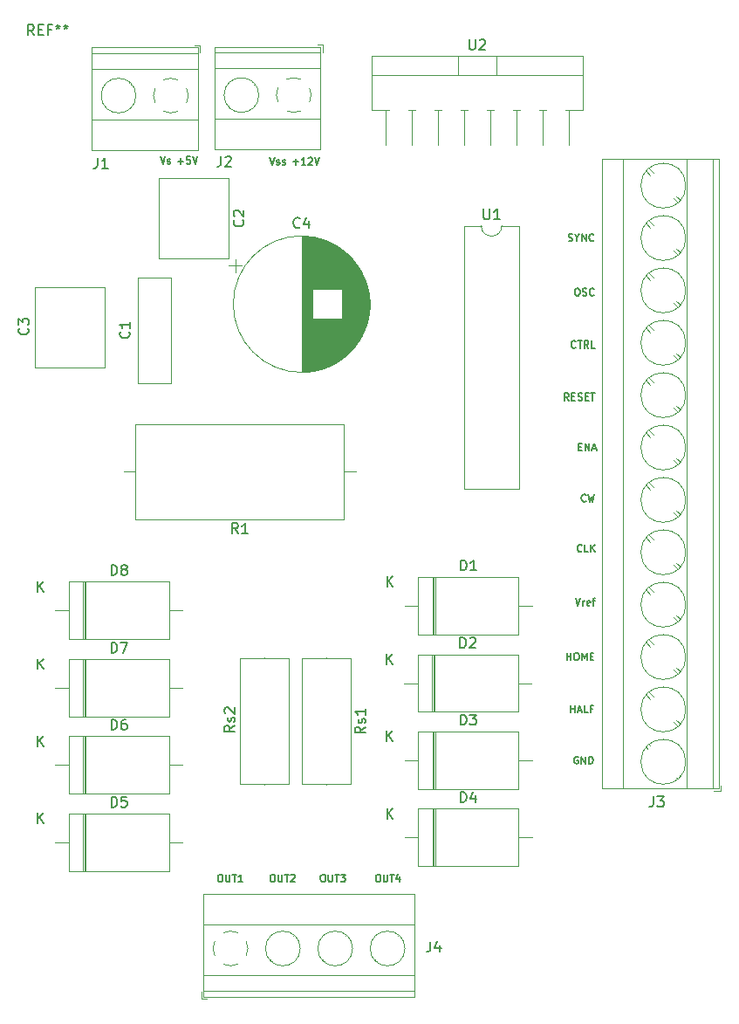
<source format=gbr>
%TF.GenerationSoftware,KiCad,Pcbnew,(7.0.0)*%
%TF.CreationDate,2023-04-19T19:54:13+02:00*%
%TF.ProjectId,steper_motor_controller,73746570-6572-45f6-9d6f-746f725f636f,REV1*%
%TF.SameCoordinates,Original*%
%TF.FileFunction,Legend,Top*%
%TF.FilePolarity,Positive*%
%FSLAX46Y46*%
G04 Gerber Fmt 4.6, Leading zero omitted, Abs format (unit mm)*
G04 Created by KiCad (PCBNEW (7.0.0)) date 2023-04-19 19:54:13*
%MOMM*%
%LPD*%
G01*
G04 APERTURE LIST*
%ADD10C,0.175000*%
%ADD11C,0.150000*%
%ADD12C,0.120000*%
G04 APERTURE END LIST*
D10*
X152570000Y-129167666D02*
X152703333Y-129167666D01*
X152703333Y-129167666D02*
X152770000Y-129201000D01*
X152770000Y-129201000D02*
X152836666Y-129267666D01*
X152836666Y-129267666D02*
X152870000Y-129401000D01*
X152870000Y-129401000D02*
X152870000Y-129634333D01*
X152870000Y-129634333D02*
X152836666Y-129767666D01*
X152836666Y-129767666D02*
X152770000Y-129834333D01*
X152770000Y-129834333D02*
X152703333Y-129867666D01*
X152703333Y-129867666D02*
X152570000Y-129867666D01*
X152570000Y-129867666D02*
X152503333Y-129834333D01*
X152503333Y-129834333D02*
X152436666Y-129767666D01*
X152436666Y-129767666D02*
X152403333Y-129634333D01*
X152403333Y-129634333D02*
X152403333Y-129401000D01*
X152403333Y-129401000D02*
X152436666Y-129267666D01*
X152436666Y-129267666D02*
X152503333Y-129201000D01*
X152503333Y-129201000D02*
X152570000Y-129167666D01*
X153169999Y-129167666D02*
X153169999Y-129734333D01*
X153169999Y-129734333D02*
X153203333Y-129801000D01*
X153203333Y-129801000D02*
X153236666Y-129834333D01*
X153236666Y-129834333D02*
X153303333Y-129867666D01*
X153303333Y-129867666D02*
X153436666Y-129867666D01*
X153436666Y-129867666D02*
X153503333Y-129834333D01*
X153503333Y-129834333D02*
X153536666Y-129801000D01*
X153536666Y-129801000D02*
X153569999Y-129734333D01*
X153569999Y-129734333D02*
X153569999Y-129167666D01*
X153803332Y-129167666D02*
X154203332Y-129167666D01*
X154003332Y-129867666D02*
X154003332Y-129167666D01*
X154736665Y-129401000D02*
X154736665Y-129867666D01*
X154569999Y-129134333D02*
X154403332Y-129634333D01*
X154403332Y-129634333D02*
X154836665Y-129634333D01*
X147230000Y-129167666D02*
X147363333Y-129167666D01*
X147363333Y-129167666D02*
X147430000Y-129201000D01*
X147430000Y-129201000D02*
X147496666Y-129267666D01*
X147496666Y-129267666D02*
X147530000Y-129401000D01*
X147530000Y-129401000D02*
X147530000Y-129634333D01*
X147530000Y-129634333D02*
X147496666Y-129767666D01*
X147496666Y-129767666D02*
X147430000Y-129834333D01*
X147430000Y-129834333D02*
X147363333Y-129867666D01*
X147363333Y-129867666D02*
X147230000Y-129867666D01*
X147230000Y-129867666D02*
X147163333Y-129834333D01*
X147163333Y-129834333D02*
X147096666Y-129767666D01*
X147096666Y-129767666D02*
X147063333Y-129634333D01*
X147063333Y-129634333D02*
X147063333Y-129401000D01*
X147063333Y-129401000D02*
X147096666Y-129267666D01*
X147096666Y-129267666D02*
X147163333Y-129201000D01*
X147163333Y-129201000D02*
X147230000Y-129167666D01*
X147829999Y-129167666D02*
X147829999Y-129734333D01*
X147829999Y-129734333D02*
X147863333Y-129801000D01*
X147863333Y-129801000D02*
X147896666Y-129834333D01*
X147896666Y-129834333D02*
X147963333Y-129867666D01*
X147963333Y-129867666D02*
X148096666Y-129867666D01*
X148096666Y-129867666D02*
X148163333Y-129834333D01*
X148163333Y-129834333D02*
X148196666Y-129801000D01*
X148196666Y-129801000D02*
X148229999Y-129734333D01*
X148229999Y-129734333D02*
X148229999Y-129167666D01*
X148463332Y-129167666D02*
X148863332Y-129167666D01*
X148663332Y-129867666D02*
X148663332Y-129167666D01*
X149029999Y-129167666D02*
X149463332Y-129167666D01*
X149463332Y-129167666D02*
X149229999Y-129434333D01*
X149229999Y-129434333D02*
X149329999Y-129434333D01*
X149329999Y-129434333D02*
X149396665Y-129467666D01*
X149396665Y-129467666D02*
X149429999Y-129501000D01*
X149429999Y-129501000D02*
X149463332Y-129567666D01*
X149463332Y-129567666D02*
X149463332Y-129734333D01*
X149463332Y-129734333D02*
X149429999Y-129801000D01*
X149429999Y-129801000D02*
X149396665Y-129834333D01*
X149396665Y-129834333D02*
X149329999Y-129867666D01*
X149329999Y-129867666D02*
X149129999Y-129867666D01*
X149129999Y-129867666D02*
X149063332Y-129834333D01*
X149063332Y-129834333D02*
X149029999Y-129801000D01*
X142340000Y-129167666D02*
X142473333Y-129167666D01*
X142473333Y-129167666D02*
X142540000Y-129201000D01*
X142540000Y-129201000D02*
X142606666Y-129267666D01*
X142606666Y-129267666D02*
X142640000Y-129401000D01*
X142640000Y-129401000D02*
X142640000Y-129634333D01*
X142640000Y-129634333D02*
X142606666Y-129767666D01*
X142606666Y-129767666D02*
X142540000Y-129834333D01*
X142540000Y-129834333D02*
X142473333Y-129867666D01*
X142473333Y-129867666D02*
X142340000Y-129867666D01*
X142340000Y-129867666D02*
X142273333Y-129834333D01*
X142273333Y-129834333D02*
X142206666Y-129767666D01*
X142206666Y-129767666D02*
X142173333Y-129634333D01*
X142173333Y-129634333D02*
X142173333Y-129401000D01*
X142173333Y-129401000D02*
X142206666Y-129267666D01*
X142206666Y-129267666D02*
X142273333Y-129201000D01*
X142273333Y-129201000D02*
X142340000Y-129167666D01*
X142939999Y-129167666D02*
X142939999Y-129734333D01*
X142939999Y-129734333D02*
X142973333Y-129801000D01*
X142973333Y-129801000D02*
X143006666Y-129834333D01*
X143006666Y-129834333D02*
X143073333Y-129867666D01*
X143073333Y-129867666D02*
X143206666Y-129867666D01*
X143206666Y-129867666D02*
X143273333Y-129834333D01*
X143273333Y-129834333D02*
X143306666Y-129801000D01*
X143306666Y-129801000D02*
X143339999Y-129734333D01*
X143339999Y-129734333D02*
X143339999Y-129167666D01*
X143573332Y-129167666D02*
X143973332Y-129167666D01*
X143773332Y-129867666D02*
X143773332Y-129167666D01*
X144173332Y-129234333D02*
X144206665Y-129201000D01*
X144206665Y-129201000D02*
X144273332Y-129167666D01*
X144273332Y-129167666D02*
X144439999Y-129167666D01*
X144439999Y-129167666D02*
X144506665Y-129201000D01*
X144506665Y-129201000D02*
X144539999Y-129234333D01*
X144539999Y-129234333D02*
X144573332Y-129301000D01*
X144573332Y-129301000D02*
X144573332Y-129367666D01*
X144573332Y-129367666D02*
X144539999Y-129467666D01*
X144539999Y-129467666D02*
X144139999Y-129867666D01*
X144139999Y-129867666D02*
X144573332Y-129867666D01*
X137260000Y-129167666D02*
X137393333Y-129167666D01*
X137393333Y-129167666D02*
X137460000Y-129201000D01*
X137460000Y-129201000D02*
X137526666Y-129267666D01*
X137526666Y-129267666D02*
X137560000Y-129401000D01*
X137560000Y-129401000D02*
X137560000Y-129634333D01*
X137560000Y-129634333D02*
X137526666Y-129767666D01*
X137526666Y-129767666D02*
X137460000Y-129834333D01*
X137460000Y-129834333D02*
X137393333Y-129867666D01*
X137393333Y-129867666D02*
X137260000Y-129867666D01*
X137260000Y-129867666D02*
X137193333Y-129834333D01*
X137193333Y-129834333D02*
X137126666Y-129767666D01*
X137126666Y-129767666D02*
X137093333Y-129634333D01*
X137093333Y-129634333D02*
X137093333Y-129401000D01*
X137093333Y-129401000D02*
X137126666Y-129267666D01*
X137126666Y-129267666D02*
X137193333Y-129201000D01*
X137193333Y-129201000D02*
X137260000Y-129167666D01*
X137859999Y-129167666D02*
X137859999Y-129734333D01*
X137859999Y-129734333D02*
X137893333Y-129801000D01*
X137893333Y-129801000D02*
X137926666Y-129834333D01*
X137926666Y-129834333D02*
X137993333Y-129867666D01*
X137993333Y-129867666D02*
X138126666Y-129867666D01*
X138126666Y-129867666D02*
X138193333Y-129834333D01*
X138193333Y-129834333D02*
X138226666Y-129801000D01*
X138226666Y-129801000D02*
X138259999Y-129734333D01*
X138259999Y-129734333D02*
X138259999Y-129167666D01*
X138493332Y-129167666D02*
X138893332Y-129167666D01*
X138693332Y-129867666D02*
X138693332Y-129167666D01*
X139493332Y-129867666D02*
X139093332Y-129867666D01*
X139293332Y-129867666D02*
X139293332Y-129167666D01*
X139293332Y-129167666D02*
X139226665Y-129267666D01*
X139226665Y-129267666D02*
X139159999Y-129334333D01*
X139159999Y-129334333D02*
X139093332Y-129367666D01*
X172049999Y-117761000D02*
X171983332Y-117727666D01*
X171983332Y-117727666D02*
X171883332Y-117727666D01*
X171883332Y-117727666D02*
X171783332Y-117761000D01*
X171783332Y-117761000D02*
X171716666Y-117827666D01*
X171716666Y-117827666D02*
X171683332Y-117894333D01*
X171683332Y-117894333D02*
X171649999Y-118027666D01*
X171649999Y-118027666D02*
X171649999Y-118127666D01*
X171649999Y-118127666D02*
X171683332Y-118261000D01*
X171683332Y-118261000D02*
X171716666Y-118327666D01*
X171716666Y-118327666D02*
X171783332Y-118394333D01*
X171783332Y-118394333D02*
X171883332Y-118427666D01*
X171883332Y-118427666D02*
X171949999Y-118427666D01*
X171949999Y-118427666D02*
X172049999Y-118394333D01*
X172049999Y-118394333D02*
X172083332Y-118361000D01*
X172083332Y-118361000D02*
X172083332Y-118127666D01*
X172083332Y-118127666D02*
X171949999Y-118127666D01*
X172383332Y-118427666D02*
X172383332Y-117727666D01*
X172383332Y-117727666D02*
X172783332Y-118427666D01*
X172783332Y-118427666D02*
X172783332Y-117727666D01*
X173116665Y-118427666D02*
X173116665Y-117727666D01*
X173116665Y-117727666D02*
X173283332Y-117727666D01*
X173283332Y-117727666D02*
X173383332Y-117761000D01*
X173383332Y-117761000D02*
X173449999Y-117827666D01*
X173449999Y-117827666D02*
X173483332Y-117894333D01*
X173483332Y-117894333D02*
X173516665Y-118027666D01*
X173516665Y-118027666D02*
X173516665Y-118127666D01*
X173516665Y-118127666D02*
X173483332Y-118261000D01*
X173483332Y-118261000D02*
X173449999Y-118327666D01*
X173449999Y-118327666D02*
X173383332Y-118394333D01*
X173383332Y-118394333D02*
X173283332Y-118427666D01*
X173283332Y-118427666D02*
X173116665Y-118427666D01*
X171333332Y-113457666D02*
X171333332Y-112757666D01*
X171333332Y-113091000D02*
X171733332Y-113091000D01*
X171733332Y-113457666D02*
X171733332Y-112757666D01*
X172033332Y-113257666D02*
X172366665Y-113257666D01*
X171966665Y-113457666D02*
X172199999Y-112757666D01*
X172199999Y-112757666D02*
X172433332Y-113457666D01*
X172999999Y-113457666D02*
X172666665Y-113457666D01*
X172666665Y-113457666D02*
X172666665Y-112757666D01*
X173466666Y-113091000D02*
X173233332Y-113091000D01*
X173233332Y-113457666D02*
X173233332Y-112757666D01*
X173233332Y-112757666D02*
X173566666Y-112757666D01*
X170966667Y-108387666D02*
X170966667Y-107687666D01*
X170966667Y-108021000D02*
X171366667Y-108021000D01*
X171366667Y-108387666D02*
X171366667Y-107687666D01*
X171833334Y-107687666D02*
X171966667Y-107687666D01*
X171966667Y-107687666D02*
X172033334Y-107721000D01*
X172033334Y-107721000D02*
X172100000Y-107787666D01*
X172100000Y-107787666D02*
X172133334Y-107921000D01*
X172133334Y-107921000D02*
X172133334Y-108154333D01*
X172133334Y-108154333D02*
X172100000Y-108287666D01*
X172100000Y-108287666D02*
X172033334Y-108354333D01*
X172033334Y-108354333D02*
X171966667Y-108387666D01*
X171966667Y-108387666D02*
X171833334Y-108387666D01*
X171833334Y-108387666D02*
X171766667Y-108354333D01*
X171766667Y-108354333D02*
X171700000Y-108287666D01*
X171700000Y-108287666D02*
X171666667Y-108154333D01*
X171666667Y-108154333D02*
X171666667Y-107921000D01*
X171666667Y-107921000D02*
X171700000Y-107787666D01*
X171700000Y-107787666D02*
X171766667Y-107721000D01*
X171766667Y-107721000D02*
X171833334Y-107687666D01*
X172433333Y-108387666D02*
X172433333Y-107687666D01*
X172433333Y-107687666D02*
X172666667Y-108187666D01*
X172666667Y-108187666D02*
X172900000Y-107687666D01*
X172900000Y-107687666D02*
X172900000Y-108387666D01*
X173233333Y-108021000D02*
X173466667Y-108021000D01*
X173566667Y-108387666D02*
X173233333Y-108387666D01*
X173233333Y-108387666D02*
X173233333Y-107687666D01*
X173233333Y-107687666D02*
X173566667Y-107687666D01*
X171799998Y-102387666D02*
X172033332Y-103087666D01*
X172033332Y-103087666D02*
X172266665Y-102387666D01*
X172499998Y-103087666D02*
X172499998Y-102621000D01*
X172499998Y-102754333D02*
X172533332Y-102687666D01*
X172533332Y-102687666D02*
X172566665Y-102654333D01*
X172566665Y-102654333D02*
X172633332Y-102621000D01*
X172633332Y-102621000D02*
X172699998Y-102621000D01*
X173199998Y-103054333D02*
X173133331Y-103087666D01*
X173133331Y-103087666D02*
X172999998Y-103087666D01*
X172999998Y-103087666D02*
X172933331Y-103054333D01*
X172933331Y-103054333D02*
X172899998Y-102987666D01*
X172899998Y-102987666D02*
X172899998Y-102721000D01*
X172899998Y-102721000D02*
X172933331Y-102654333D01*
X172933331Y-102654333D02*
X172999998Y-102621000D01*
X172999998Y-102621000D02*
X173133331Y-102621000D01*
X173133331Y-102621000D02*
X173199998Y-102654333D01*
X173199998Y-102654333D02*
X173233331Y-102721000D01*
X173233331Y-102721000D02*
X173233331Y-102787666D01*
X173233331Y-102787666D02*
X172899998Y-102854333D01*
X173433331Y-102621000D02*
X173699998Y-102621000D01*
X173533331Y-103087666D02*
X173533331Y-102487666D01*
X173533331Y-102487666D02*
X173566665Y-102421000D01*
X173566665Y-102421000D02*
X173633331Y-102387666D01*
X173633331Y-102387666D02*
X173699998Y-102387666D01*
X172416664Y-97801000D02*
X172383331Y-97834333D01*
X172383331Y-97834333D02*
X172283331Y-97867666D01*
X172283331Y-97867666D02*
X172216664Y-97867666D01*
X172216664Y-97867666D02*
X172116664Y-97834333D01*
X172116664Y-97834333D02*
X172049998Y-97767666D01*
X172049998Y-97767666D02*
X172016664Y-97701000D01*
X172016664Y-97701000D02*
X171983331Y-97567666D01*
X171983331Y-97567666D02*
X171983331Y-97467666D01*
X171983331Y-97467666D02*
X172016664Y-97334333D01*
X172016664Y-97334333D02*
X172049998Y-97267666D01*
X172049998Y-97267666D02*
X172116664Y-97201000D01*
X172116664Y-97201000D02*
X172216664Y-97167666D01*
X172216664Y-97167666D02*
X172283331Y-97167666D01*
X172283331Y-97167666D02*
X172383331Y-97201000D01*
X172383331Y-97201000D02*
X172416664Y-97234333D01*
X173049998Y-97867666D02*
X172716664Y-97867666D01*
X172716664Y-97867666D02*
X172716664Y-97167666D01*
X173283331Y-97867666D02*
X173283331Y-97167666D01*
X173683331Y-97867666D02*
X173383331Y-97467666D01*
X173683331Y-97167666D02*
X173283331Y-97567666D01*
X172816663Y-92941000D02*
X172783330Y-92974333D01*
X172783330Y-92974333D02*
X172683330Y-93007666D01*
X172683330Y-93007666D02*
X172616663Y-93007666D01*
X172616663Y-93007666D02*
X172516663Y-92974333D01*
X172516663Y-92974333D02*
X172449997Y-92907666D01*
X172449997Y-92907666D02*
X172416663Y-92841000D01*
X172416663Y-92841000D02*
X172383330Y-92707666D01*
X172383330Y-92707666D02*
X172383330Y-92607666D01*
X172383330Y-92607666D02*
X172416663Y-92474333D01*
X172416663Y-92474333D02*
X172449997Y-92407666D01*
X172449997Y-92407666D02*
X172516663Y-92341000D01*
X172516663Y-92341000D02*
X172616663Y-92307666D01*
X172616663Y-92307666D02*
X172683330Y-92307666D01*
X172683330Y-92307666D02*
X172783330Y-92341000D01*
X172783330Y-92341000D02*
X172816663Y-92374333D01*
X173049997Y-92307666D02*
X173216663Y-93007666D01*
X173216663Y-93007666D02*
X173349997Y-92507666D01*
X173349997Y-92507666D02*
X173483330Y-93007666D01*
X173483330Y-93007666D02*
X173649997Y-92307666D01*
X172099997Y-87711000D02*
X172333331Y-87711000D01*
X172433331Y-88077666D02*
X172099997Y-88077666D01*
X172099997Y-88077666D02*
X172099997Y-87377666D01*
X172099997Y-87377666D02*
X172433331Y-87377666D01*
X172733330Y-88077666D02*
X172733330Y-87377666D01*
X172733330Y-87377666D02*
X173133330Y-88077666D01*
X173133330Y-88077666D02*
X173133330Y-87377666D01*
X173433330Y-87877666D02*
X173766663Y-87877666D01*
X173366663Y-88077666D02*
X173599997Y-87377666D01*
X173599997Y-87377666D02*
X173833330Y-88077666D01*
X171150000Y-83187666D02*
X170916667Y-82854333D01*
X170750000Y-83187666D02*
X170750000Y-82487666D01*
X170750000Y-82487666D02*
X171016667Y-82487666D01*
X171016667Y-82487666D02*
X171083334Y-82521000D01*
X171083334Y-82521000D02*
X171116667Y-82554333D01*
X171116667Y-82554333D02*
X171150000Y-82621000D01*
X171150000Y-82621000D02*
X171150000Y-82721000D01*
X171150000Y-82721000D02*
X171116667Y-82787666D01*
X171116667Y-82787666D02*
X171083334Y-82821000D01*
X171083334Y-82821000D02*
X171016667Y-82854333D01*
X171016667Y-82854333D02*
X170750000Y-82854333D01*
X171450000Y-82821000D02*
X171683334Y-82821000D01*
X171783334Y-83187666D02*
X171450000Y-83187666D01*
X171450000Y-83187666D02*
X171450000Y-82487666D01*
X171450000Y-82487666D02*
X171783334Y-82487666D01*
X172050000Y-83154333D02*
X172150000Y-83187666D01*
X172150000Y-83187666D02*
X172316667Y-83187666D01*
X172316667Y-83187666D02*
X172383333Y-83154333D01*
X172383333Y-83154333D02*
X172416667Y-83121000D01*
X172416667Y-83121000D02*
X172450000Y-83054333D01*
X172450000Y-83054333D02*
X172450000Y-82987666D01*
X172450000Y-82987666D02*
X172416667Y-82921000D01*
X172416667Y-82921000D02*
X172383333Y-82887666D01*
X172383333Y-82887666D02*
X172316667Y-82854333D01*
X172316667Y-82854333D02*
X172183333Y-82821000D01*
X172183333Y-82821000D02*
X172116667Y-82787666D01*
X172116667Y-82787666D02*
X172083333Y-82754333D01*
X172083333Y-82754333D02*
X172050000Y-82687666D01*
X172050000Y-82687666D02*
X172050000Y-82621000D01*
X172050000Y-82621000D02*
X172083333Y-82554333D01*
X172083333Y-82554333D02*
X172116667Y-82521000D01*
X172116667Y-82521000D02*
X172183333Y-82487666D01*
X172183333Y-82487666D02*
X172350000Y-82487666D01*
X172350000Y-82487666D02*
X172450000Y-82521000D01*
X172750000Y-82821000D02*
X172983334Y-82821000D01*
X173083334Y-83187666D02*
X172750000Y-83187666D01*
X172750000Y-83187666D02*
X172750000Y-82487666D01*
X172750000Y-82487666D02*
X173083334Y-82487666D01*
X173283333Y-82487666D02*
X173683333Y-82487666D01*
X173483333Y-83187666D02*
X173483333Y-82487666D01*
X171816665Y-78041000D02*
X171783332Y-78074333D01*
X171783332Y-78074333D02*
X171683332Y-78107666D01*
X171683332Y-78107666D02*
X171616665Y-78107666D01*
X171616665Y-78107666D02*
X171516665Y-78074333D01*
X171516665Y-78074333D02*
X171449999Y-78007666D01*
X171449999Y-78007666D02*
X171416665Y-77941000D01*
X171416665Y-77941000D02*
X171383332Y-77807666D01*
X171383332Y-77807666D02*
X171383332Y-77707666D01*
X171383332Y-77707666D02*
X171416665Y-77574333D01*
X171416665Y-77574333D02*
X171449999Y-77507666D01*
X171449999Y-77507666D02*
X171516665Y-77441000D01*
X171516665Y-77441000D02*
X171616665Y-77407666D01*
X171616665Y-77407666D02*
X171683332Y-77407666D01*
X171683332Y-77407666D02*
X171783332Y-77441000D01*
X171783332Y-77441000D02*
X171816665Y-77474333D01*
X172016665Y-77407666D02*
X172416665Y-77407666D01*
X172216665Y-78107666D02*
X172216665Y-77407666D01*
X173049998Y-78107666D02*
X172816665Y-77774333D01*
X172649998Y-78107666D02*
X172649998Y-77407666D01*
X172649998Y-77407666D02*
X172916665Y-77407666D01*
X172916665Y-77407666D02*
X172983332Y-77441000D01*
X172983332Y-77441000D02*
X173016665Y-77474333D01*
X173016665Y-77474333D02*
X173049998Y-77541000D01*
X173049998Y-77541000D02*
X173049998Y-77641000D01*
X173049998Y-77641000D02*
X173016665Y-77707666D01*
X173016665Y-77707666D02*
X172983332Y-77741000D01*
X172983332Y-77741000D02*
X172916665Y-77774333D01*
X172916665Y-77774333D02*
X172649998Y-77774333D01*
X173683332Y-78107666D02*
X173349998Y-78107666D01*
X173349998Y-78107666D02*
X173349998Y-77407666D01*
X171916665Y-72327666D02*
X172049998Y-72327666D01*
X172049998Y-72327666D02*
X172116665Y-72361000D01*
X172116665Y-72361000D02*
X172183331Y-72427666D01*
X172183331Y-72427666D02*
X172216665Y-72561000D01*
X172216665Y-72561000D02*
X172216665Y-72794333D01*
X172216665Y-72794333D02*
X172183331Y-72927666D01*
X172183331Y-72927666D02*
X172116665Y-72994333D01*
X172116665Y-72994333D02*
X172049998Y-73027666D01*
X172049998Y-73027666D02*
X171916665Y-73027666D01*
X171916665Y-73027666D02*
X171849998Y-72994333D01*
X171849998Y-72994333D02*
X171783331Y-72927666D01*
X171783331Y-72927666D02*
X171749998Y-72794333D01*
X171749998Y-72794333D02*
X171749998Y-72561000D01*
X171749998Y-72561000D02*
X171783331Y-72427666D01*
X171783331Y-72427666D02*
X171849998Y-72361000D01*
X171849998Y-72361000D02*
X171916665Y-72327666D01*
X172483331Y-72994333D02*
X172583331Y-73027666D01*
X172583331Y-73027666D02*
X172749998Y-73027666D01*
X172749998Y-73027666D02*
X172816664Y-72994333D01*
X172816664Y-72994333D02*
X172849998Y-72961000D01*
X172849998Y-72961000D02*
X172883331Y-72894333D01*
X172883331Y-72894333D02*
X172883331Y-72827666D01*
X172883331Y-72827666D02*
X172849998Y-72761000D01*
X172849998Y-72761000D02*
X172816664Y-72727666D01*
X172816664Y-72727666D02*
X172749998Y-72694333D01*
X172749998Y-72694333D02*
X172616664Y-72661000D01*
X172616664Y-72661000D02*
X172549998Y-72627666D01*
X172549998Y-72627666D02*
X172516664Y-72594333D01*
X172516664Y-72594333D02*
X172483331Y-72527666D01*
X172483331Y-72527666D02*
X172483331Y-72461000D01*
X172483331Y-72461000D02*
X172516664Y-72394333D01*
X172516664Y-72394333D02*
X172549998Y-72361000D01*
X172549998Y-72361000D02*
X172616664Y-72327666D01*
X172616664Y-72327666D02*
X172783331Y-72327666D01*
X172783331Y-72327666D02*
X172883331Y-72361000D01*
X173583331Y-72961000D02*
X173549998Y-72994333D01*
X173549998Y-72994333D02*
X173449998Y-73027666D01*
X173449998Y-73027666D02*
X173383331Y-73027666D01*
X173383331Y-73027666D02*
X173283331Y-72994333D01*
X173283331Y-72994333D02*
X173216665Y-72927666D01*
X173216665Y-72927666D02*
X173183331Y-72861000D01*
X173183331Y-72861000D02*
X173149998Y-72727666D01*
X173149998Y-72727666D02*
X173149998Y-72627666D01*
X173149998Y-72627666D02*
X173183331Y-72494333D01*
X173183331Y-72494333D02*
X173216665Y-72427666D01*
X173216665Y-72427666D02*
X173283331Y-72361000D01*
X173283331Y-72361000D02*
X173383331Y-72327666D01*
X173383331Y-72327666D02*
X173449998Y-72327666D01*
X173449998Y-72327666D02*
X173549998Y-72361000D01*
X173549998Y-72361000D02*
X173583331Y-72394333D01*
X171116666Y-67704333D02*
X171216666Y-67737666D01*
X171216666Y-67737666D02*
X171383333Y-67737666D01*
X171383333Y-67737666D02*
X171449999Y-67704333D01*
X171449999Y-67704333D02*
X171483333Y-67671000D01*
X171483333Y-67671000D02*
X171516666Y-67604333D01*
X171516666Y-67604333D02*
X171516666Y-67537666D01*
X171516666Y-67537666D02*
X171483333Y-67471000D01*
X171483333Y-67471000D02*
X171449999Y-67437666D01*
X171449999Y-67437666D02*
X171383333Y-67404333D01*
X171383333Y-67404333D02*
X171249999Y-67371000D01*
X171249999Y-67371000D02*
X171183333Y-67337666D01*
X171183333Y-67337666D02*
X171149999Y-67304333D01*
X171149999Y-67304333D02*
X171116666Y-67237666D01*
X171116666Y-67237666D02*
X171116666Y-67171000D01*
X171116666Y-67171000D02*
X171149999Y-67104333D01*
X171149999Y-67104333D02*
X171183333Y-67071000D01*
X171183333Y-67071000D02*
X171249999Y-67037666D01*
X171249999Y-67037666D02*
X171416666Y-67037666D01*
X171416666Y-67037666D02*
X171516666Y-67071000D01*
X171950000Y-67404333D02*
X171950000Y-67737666D01*
X171716666Y-67037666D02*
X171950000Y-67404333D01*
X171950000Y-67404333D02*
X172183333Y-67037666D01*
X172416666Y-67737666D02*
X172416666Y-67037666D01*
X172416666Y-67037666D02*
X172816666Y-67737666D01*
X172816666Y-67737666D02*
X172816666Y-67037666D01*
X173549999Y-67671000D02*
X173516666Y-67704333D01*
X173516666Y-67704333D02*
X173416666Y-67737666D01*
X173416666Y-67737666D02*
X173349999Y-67737666D01*
X173349999Y-67737666D02*
X173249999Y-67704333D01*
X173249999Y-67704333D02*
X173183333Y-67637666D01*
X173183333Y-67637666D02*
X173149999Y-67571000D01*
X173149999Y-67571000D02*
X173116666Y-67437666D01*
X173116666Y-67437666D02*
X173116666Y-67337666D01*
X173116666Y-67337666D02*
X173149999Y-67204333D01*
X173149999Y-67204333D02*
X173183333Y-67137666D01*
X173183333Y-67137666D02*
X173249999Y-67071000D01*
X173249999Y-67071000D02*
X173349999Y-67037666D01*
X173349999Y-67037666D02*
X173416666Y-67037666D01*
X173416666Y-67037666D02*
X173516666Y-67071000D01*
X173516666Y-67071000D02*
X173549999Y-67104333D01*
X142126666Y-59627666D02*
X142360000Y-60327666D01*
X142360000Y-60327666D02*
X142593333Y-59627666D01*
X142793333Y-60294333D02*
X142860000Y-60327666D01*
X142860000Y-60327666D02*
X142993333Y-60327666D01*
X142993333Y-60327666D02*
X143060000Y-60294333D01*
X143060000Y-60294333D02*
X143093333Y-60227666D01*
X143093333Y-60227666D02*
X143093333Y-60194333D01*
X143093333Y-60194333D02*
X143060000Y-60127666D01*
X143060000Y-60127666D02*
X142993333Y-60094333D01*
X142993333Y-60094333D02*
X142893333Y-60094333D01*
X142893333Y-60094333D02*
X142826666Y-60061000D01*
X142826666Y-60061000D02*
X142793333Y-59994333D01*
X142793333Y-59994333D02*
X142793333Y-59961000D01*
X142793333Y-59961000D02*
X142826666Y-59894333D01*
X142826666Y-59894333D02*
X142893333Y-59861000D01*
X142893333Y-59861000D02*
X142993333Y-59861000D01*
X142993333Y-59861000D02*
X143060000Y-59894333D01*
X143360000Y-60294333D02*
X143426667Y-60327666D01*
X143426667Y-60327666D02*
X143560000Y-60327666D01*
X143560000Y-60327666D02*
X143626667Y-60294333D01*
X143626667Y-60294333D02*
X143660000Y-60227666D01*
X143660000Y-60227666D02*
X143660000Y-60194333D01*
X143660000Y-60194333D02*
X143626667Y-60127666D01*
X143626667Y-60127666D02*
X143560000Y-60094333D01*
X143560000Y-60094333D02*
X143460000Y-60094333D01*
X143460000Y-60094333D02*
X143393333Y-60061000D01*
X143393333Y-60061000D02*
X143360000Y-59994333D01*
X143360000Y-59994333D02*
X143360000Y-59961000D01*
X143360000Y-59961000D02*
X143393333Y-59894333D01*
X143393333Y-59894333D02*
X143460000Y-59861000D01*
X143460000Y-59861000D02*
X143560000Y-59861000D01*
X143560000Y-59861000D02*
X143626667Y-59894333D01*
X144380000Y-60061000D02*
X144913334Y-60061000D01*
X144646667Y-60327666D02*
X144646667Y-59794333D01*
X145613334Y-60327666D02*
X145213334Y-60327666D01*
X145413334Y-60327666D02*
X145413334Y-59627666D01*
X145413334Y-59627666D02*
X145346667Y-59727666D01*
X145346667Y-59727666D02*
X145280001Y-59794333D01*
X145280001Y-59794333D02*
X145213334Y-59827666D01*
X145880001Y-59694333D02*
X145913334Y-59661000D01*
X145913334Y-59661000D02*
X145980001Y-59627666D01*
X145980001Y-59627666D02*
X146146668Y-59627666D01*
X146146668Y-59627666D02*
X146213334Y-59661000D01*
X146213334Y-59661000D02*
X146246668Y-59694333D01*
X146246668Y-59694333D02*
X146280001Y-59761000D01*
X146280001Y-59761000D02*
X146280001Y-59827666D01*
X146280001Y-59827666D02*
X146246668Y-59927666D01*
X146246668Y-59927666D02*
X145846668Y-60327666D01*
X145846668Y-60327666D02*
X146280001Y-60327666D01*
X146480001Y-59627666D02*
X146713335Y-60327666D01*
X146713335Y-60327666D02*
X146946668Y-59627666D01*
X131526666Y-59547666D02*
X131760000Y-60247666D01*
X131760000Y-60247666D02*
X131993333Y-59547666D01*
X132193333Y-60214333D02*
X132260000Y-60247666D01*
X132260000Y-60247666D02*
X132393333Y-60247666D01*
X132393333Y-60247666D02*
X132460000Y-60214333D01*
X132460000Y-60214333D02*
X132493333Y-60147666D01*
X132493333Y-60147666D02*
X132493333Y-60114333D01*
X132493333Y-60114333D02*
X132460000Y-60047666D01*
X132460000Y-60047666D02*
X132393333Y-60014333D01*
X132393333Y-60014333D02*
X132293333Y-60014333D01*
X132293333Y-60014333D02*
X132226666Y-59981000D01*
X132226666Y-59981000D02*
X132193333Y-59914333D01*
X132193333Y-59914333D02*
X132193333Y-59881000D01*
X132193333Y-59881000D02*
X132226666Y-59814333D01*
X132226666Y-59814333D02*
X132293333Y-59781000D01*
X132293333Y-59781000D02*
X132393333Y-59781000D01*
X132393333Y-59781000D02*
X132460000Y-59814333D01*
X133213333Y-59981000D02*
X133746667Y-59981000D01*
X133480000Y-60247666D02*
X133480000Y-59714333D01*
X134413334Y-59547666D02*
X134080000Y-59547666D01*
X134080000Y-59547666D02*
X134046667Y-59881000D01*
X134046667Y-59881000D02*
X134080000Y-59847666D01*
X134080000Y-59847666D02*
X134146667Y-59814333D01*
X134146667Y-59814333D02*
X134313334Y-59814333D01*
X134313334Y-59814333D02*
X134380000Y-59847666D01*
X134380000Y-59847666D02*
X134413334Y-59881000D01*
X134413334Y-59881000D02*
X134446667Y-59947666D01*
X134446667Y-59947666D02*
X134446667Y-60114333D01*
X134446667Y-60114333D02*
X134413334Y-60181000D01*
X134413334Y-60181000D02*
X134380000Y-60214333D01*
X134380000Y-60214333D02*
X134313334Y-60247666D01*
X134313334Y-60247666D02*
X134146667Y-60247666D01*
X134146667Y-60247666D02*
X134080000Y-60214333D01*
X134080000Y-60214333D02*
X134046667Y-60181000D01*
X134646667Y-59547666D02*
X134880001Y-60247666D01*
X134880001Y-60247666D02*
X135113334Y-59547666D01*
D11*
%TO.C,*%
%TO.C,REF\u002A\u002A*%
X119242196Y-47762910D02*
X118908863Y-47286720D01*
X118670768Y-47762910D02*
X118670768Y-46762910D01*
X118670768Y-46762910D02*
X119051720Y-46762910D01*
X119051720Y-46762910D02*
X119146958Y-46810530D01*
X119146958Y-46810530D02*
X119194577Y-46858149D01*
X119194577Y-46858149D02*
X119242196Y-46953387D01*
X119242196Y-46953387D02*
X119242196Y-47096244D01*
X119242196Y-47096244D02*
X119194577Y-47191482D01*
X119194577Y-47191482D02*
X119146958Y-47239101D01*
X119146958Y-47239101D02*
X119051720Y-47286720D01*
X119051720Y-47286720D02*
X118670768Y-47286720D01*
X119670768Y-47239101D02*
X120004101Y-47239101D01*
X120146958Y-47762910D02*
X119670768Y-47762910D01*
X119670768Y-47762910D02*
X119670768Y-46762910D01*
X119670768Y-46762910D02*
X120146958Y-46762910D01*
X120908863Y-47239101D02*
X120575530Y-47239101D01*
X120575530Y-47762910D02*
X120575530Y-46762910D01*
X120575530Y-46762910D02*
X121051720Y-46762910D01*
X121575530Y-46762910D02*
X121575530Y-47001006D01*
X121337435Y-46905768D02*
X121575530Y-47001006D01*
X121575530Y-47001006D02*
X121813625Y-46905768D01*
X121432673Y-47191482D02*
X121575530Y-47001006D01*
X121575530Y-47001006D02*
X121718387Y-47191482D01*
X122337435Y-46762910D02*
X122337435Y-47001006D01*
X122099340Y-46905768D02*
X122337435Y-47001006D01*
X122337435Y-47001006D02*
X122575530Y-46905768D01*
X122194578Y-47191482D02*
X122337435Y-47001006D01*
X122337435Y-47001006D02*
X122480292Y-47191482D01*
%TO.C,D3*%
X160641905Y-114665712D02*
X160641905Y-113665712D01*
X160641905Y-113665712D02*
X160880000Y-113665712D01*
X160880000Y-113665712D02*
X161022857Y-113713332D01*
X161022857Y-113713332D02*
X161118095Y-113808570D01*
X161118095Y-113808570D02*
X161165714Y-113903808D01*
X161165714Y-113903808D02*
X161213333Y-114094284D01*
X161213333Y-114094284D02*
X161213333Y-114237141D01*
X161213333Y-114237141D02*
X161165714Y-114427617D01*
X161165714Y-114427617D02*
X161118095Y-114522855D01*
X161118095Y-114522855D02*
X161022857Y-114618093D01*
X161022857Y-114618093D02*
X160880000Y-114665712D01*
X160880000Y-114665712D02*
X160641905Y-114665712D01*
X161546667Y-113665712D02*
X162165714Y-113665712D01*
X162165714Y-113665712D02*
X161832381Y-114046665D01*
X161832381Y-114046665D02*
X161975238Y-114046665D01*
X161975238Y-114046665D02*
X162070476Y-114094284D01*
X162070476Y-114094284D02*
X162118095Y-114141903D01*
X162118095Y-114141903D02*
X162165714Y-114237141D01*
X162165714Y-114237141D02*
X162165714Y-114475236D01*
X162165714Y-114475236D02*
X162118095Y-114570474D01*
X162118095Y-114570474D02*
X162070476Y-114618093D01*
X162070476Y-114618093D02*
X161975238Y-114665712D01*
X161975238Y-114665712D02*
X161689524Y-114665712D01*
X161689524Y-114665712D02*
X161594286Y-114618093D01*
X161594286Y-114618093D02*
X161546667Y-114570474D01*
X153498095Y-116250712D02*
X153498095Y-115250712D01*
X154069523Y-116250712D02*
X153640952Y-115679284D01*
X154069523Y-115250712D02*
X153498095Y-115822141D01*
%TO.C,J3*%
X179356666Y-121607380D02*
X179356666Y-122321666D01*
X179356666Y-122321666D02*
X179309047Y-122464523D01*
X179309047Y-122464523D02*
X179213809Y-122559761D01*
X179213809Y-122559761D02*
X179070952Y-122607380D01*
X179070952Y-122607380D02*
X178975714Y-122607380D01*
X179737619Y-121607380D02*
X180356666Y-121607380D01*
X180356666Y-121607380D02*
X180023333Y-121988333D01*
X180023333Y-121988333D02*
X180166190Y-121988333D01*
X180166190Y-121988333D02*
X180261428Y-122035952D01*
X180261428Y-122035952D02*
X180309047Y-122083571D01*
X180309047Y-122083571D02*
X180356666Y-122178809D01*
X180356666Y-122178809D02*
X180356666Y-122416904D01*
X180356666Y-122416904D02*
X180309047Y-122512142D01*
X180309047Y-122512142D02*
X180261428Y-122559761D01*
X180261428Y-122559761D02*
X180166190Y-122607380D01*
X180166190Y-122607380D02*
X179880476Y-122607380D01*
X179880476Y-122607380D02*
X179785238Y-122559761D01*
X179785238Y-122559761D02*
X179737619Y-122512142D01*
%TO.C,C2*%
X139522142Y-65696666D02*
X139569761Y-65744285D01*
X139569761Y-65744285D02*
X139617380Y-65887142D01*
X139617380Y-65887142D02*
X139617380Y-65982380D01*
X139617380Y-65982380D02*
X139569761Y-66125237D01*
X139569761Y-66125237D02*
X139474523Y-66220475D01*
X139474523Y-66220475D02*
X139379285Y-66268094D01*
X139379285Y-66268094D02*
X139188809Y-66315713D01*
X139188809Y-66315713D02*
X139045952Y-66315713D01*
X139045952Y-66315713D02*
X138855476Y-66268094D01*
X138855476Y-66268094D02*
X138760238Y-66220475D01*
X138760238Y-66220475D02*
X138665000Y-66125237D01*
X138665000Y-66125237D02*
X138617380Y-65982380D01*
X138617380Y-65982380D02*
X138617380Y-65887142D01*
X138617380Y-65887142D02*
X138665000Y-65744285D01*
X138665000Y-65744285D02*
X138712619Y-65696666D01*
X138712619Y-65315713D02*
X138665000Y-65268094D01*
X138665000Y-65268094D02*
X138617380Y-65172856D01*
X138617380Y-65172856D02*
X138617380Y-64934761D01*
X138617380Y-64934761D02*
X138665000Y-64839523D01*
X138665000Y-64839523D02*
X138712619Y-64791904D01*
X138712619Y-64791904D02*
X138807857Y-64744285D01*
X138807857Y-64744285D02*
X138903095Y-64744285D01*
X138903095Y-64744285D02*
X139045952Y-64791904D01*
X139045952Y-64791904D02*
X139617380Y-65363332D01*
X139617380Y-65363332D02*
X139617380Y-64744285D01*
%TO.C,J1*%
X125426666Y-59657380D02*
X125426666Y-60371666D01*
X125426666Y-60371666D02*
X125379047Y-60514523D01*
X125379047Y-60514523D02*
X125283809Y-60609761D01*
X125283809Y-60609761D02*
X125140952Y-60657380D01*
X125140952Y-60657380D02*
X125045714Y-60657380D01*
X126426666Y-60657380D02*
X125855238Y-60657380D01*
X126140952Y-60657380D02*
X126140952Y-59657380D01*
X126140952Y-59657380D02*
X126045714Y-59800238D01*
X126045714Y-59800238D02*
X125950476Y-59895476D01*
X125950476Y-59895476D02*
X125855238Y-59943095D01*
%TO.C,D8*%
X126751905Y-100142380D02*
X126751905Y-99142380D01*
X126751905Y-99142380D02*
X126990000Y-99142380D01*
X126990000Y-99142380D02*
X127132857Y-99190000D01*
X127132857Y-99190000D02*
X127228095Y-99285238D01*
X127228095Y-99285238D02*
X127275714Y-99380476D01*
X127275714Y-99380476D02*
X127323333Y-99570952D01*
X127323333Y-99570952D02*
X127323333Y-99713809D01*
X127323333Y-99713809D02*
X127275714Y-99904285D01*
X127275714Y-99904285D02*
X127228095Y-99999523D01*
X127228095Y-99999523D02*
X127132857Y-100094761D01*
X127132857Y-100094761D02*
X126990000Y-100142380D01*
X126990000Y-100142380D02*
X126751905Y-100142380D01*
X127894762Y-99570952D02*
X127799524Y-99523333D01*
X127799524Y-99523333D02*
X127751905Y-99475714D01*
X127751905Y-99475714D02*
X127704286Y-99380476D01*
X127704286Y-99380476D02*
X127704286Y-99332857D01*
X127704286Y-99332857D02*
X127751905Y-99237619D01*
X127751905Y-99237619D02*
X127799524Y-99190000D01*
X127799524Y-99190000D02*
X127894762Y-99142380D01*
X127894762Y-99142380D02*
X128085238Y-99142380D01*
X128085238Y-99142380D02*
X128180476Y-99190000D01*
X128180476Y-99190000D02*
X128228095Y-99237619D01*
X128228095Y-99237619D02*
X128275714Y-99332857D01*
X128275714Y-99332857D02*
X128275714Y-99380476D01*
X128275714Y-99380476D02*
X128228095Y-99475714D01*
X128228095Y-99475714D02*
X128180476Y-99523333D01*
X128180476Y-99523333D02*
X128085238Y-99570952D01*
X128085238Y-99570952D02*
X127894762Y-99570952D01*
X127894762Y-99570952D02*
X127799524Y-99618571D01*
X127799524Y-99618571D02*
X127751905Y-99666190D01*
X127751905Y-99666190D02*
X127704286Y-99761428D01*
X127704286Y-99761428D02*
X127704286Y-99951904D01*
X127704286Y-99951904D02*
X127751905Y-100047142D01*
X127751905Y-100047142D02*
X127799524Y-100094761D01*
X127799524Y-100094761D02*
X127894762Y-100142380D01*
X127894762Y-100142380D02*
X128085238Y-100142380D01*
X128085238Y-100142380D02*
X128180476Y-100094761D01*
X128180476Y-100094761D02*
X128228095Y-100047142D01*
X128228095Y-100047142D02*
X128275714Y-99951904D01*
X128275714Y-99951904D02*
X128275714Y-99761428D01*
X128275714Y-99761428D02*
X128228095Y-99666190D01*
X128228095Y-99666190D02*
X128180476Y-99618571D01*
X128180476Y-99618571D02*
X128085238Y-99570952D01*
X119608095Y-101727380D02*
X119608095Y-100727380D01*
X120179523Y-101727380D02*
X119750952Y-101155952D01*
X120179523Y-100727380D02*
X119608095Y-101298809D01*
%TO.C,D1*%
X160651905Y-99672380D02*
X160651905Y-98672380D01*
X160651905Y-98672380D02*
X160890000Y-98672380D01*
X160890000Y-98672380D02*
X161032857Y-98720000D01*
X161032857Y-98720000D02*
X161128095Y-98815238D01*
X161128095Y-98815238D02*
X161175714Y-98910476D01*
X161175714Y-98910476D02*
X161223333Y-99100952D01*
X161223333Y-99100952D02*
X161223333Y-99243809D01*
X161223333Y-99243809D02*
X161175714Y-99434285D01*
X161175714Y-99434285D02*
X161128095Y-99529523D01*
X161128095Y-99529523D02*
X161032857Y-99624761D01*
X161032857Y-99624761D02*
X160890000Y-99672380D01*
X160890000Y-99672380D02*
X160651905Y-99672380D01*
X162175714Y-99672380D02*
X161604286Y-99672380D01*
X161890000Y-99672380D02*
X161890000Y-98672380D01*
X161890000Y-98672380D02*
X161794762Y-98815238D01*
X161794762Y-98815238D02*
X161699524Y-98910476D01*
X161699524Y-98910476D02*
X161604286Y-98958095D01*
X153508095Y-101257380D02*
X153508095Y-100257380D01*
X154079523Y-101257380D02*
X153650952Y-100685952D01*
X154079523Y-100257380D02*
X153508095Y-100828809D01*
%TO.C,D5*%
X126751905Y-122632380D02*
X126751905Y-121632380D01*
X126751905Y-121632380D02*
X126990000Y-121632380D01*
X126990000Y-121632380D02*
X127132857Y-121680000D01*
X127132857Y-121680000D02*
X127228095Y-121775238D01*
X127228095Y-121775238D02*
X127275714Y-121870476D01*
X127275714Y-121870476D02*
X127323333Y-122060952D01*
X127323333Y-122060952D02*
X127323333Y-122203809D01*
X127323333Y-122203809D02*
X127275714Y-122394285D01*
X127275714Y-122394285D02*
X127228095Y-122489523D01*
X127228095Y-122489523D02*
X127132857Y-122584761D01*
X127132857Y-122584761D02*
X126990000Y-122632380D01*
X126990000Y-122632380D02*
X126751905Y-122632380D01*
X128228095Y-121632380D02*
X127751905Y-121632380D01*
X127751905Y-121632380D02*
X127704286Y-122108571D01*
X127704286Y-122108571D02*
X127751905Y-122060952D01*
X127751905Y-122060952D02*
X127847143Y-122013333D01*
X127847143Y-122013333D02*
X128085238Y-122013333D01*
X128085238Y-122013333D02*
X128180476Y-122060952D01*
X128180476Y-122060952D02*
X128228095Y-122108571D01*
X128228095Y-122108571D02*
X128275714Y-122203809D01*
X128275714Y-122203809D02*
X128275714Y-122441904D01*
X128275714Y-122441904D02*
X128228095Y-122537142D01*
X128228095Y-122537142D02*
X128180476Y-122584761D01*
X128180476Y-122584761D02*
X128085238Y-122632380D01*
X128085238Y-122632380D02*
X127847143Y-122632380D01*
X127847143Y-122632380D02*
X127751905Y-122584761D01*
X127751905Y-122584761D02*
X127704286Y-122537142D01*
X119608095Y-124217380D02*
X119608095Y-123217380D01*
X120179523Y-124217380D02*
X119750952Y-123645952D01*
X120179523Y-123217380D02*
X119608095Y-123788809D01*
%TO.C,D7*%
X126751905Y-107661130D02*
X126751905Y-106661130D01*
X126751905Y-106661130D02*
X126990000Y-106661130D01*
X126990000Y-106661130D02*
X127132857Y-106708750D01*
X127132857Y-106708750D02*
X127228095Y-106803988D01*
X127228095Y-106803988D02*
X127275714Y-106899226D01*
X127275714Y-106899226D02*
X127323333Y-107089702D01*
X127323333Y-107089702D02*
X127323333Y-107232559D01*
X127323333Y-107232559D02*
X127275714Y-107423035D01*
X127275714Y-107423035D02*
X127228095Y-107518273D01*
X127228095Y-107518273D02*
X127132857Y-107613511D01*
X127132857Y-107613511D02*
X126990000Y-107661130D01*
X126990000Y-107661130D02*
X126751905Y-107661130D01*
X127656667Y-106661130D02*
X128323333Y-106661130D01*
X128323333Y-106661130D02*
X127894762Y-107661130D01*
X119608095Y-109246130D02*
X119608095Y-108246130D01*
X120179523Y-109246130D02*
X119750952Y-108674702D01*
X120179523Y-108246130D02*
X119608095Y-108817559D01*
%TO.C,C1*%
X128462142Y-76536666D02*
X128509761Y-76584285D01*
X128509761Y-76584285D02*
X128557380Y-76727142D01*
X128557380Y-76727142D02*
X128557380Y-76822380D01*
X128557380Y-76822380D02*
X128509761Y-76965237D01*
X128509761Y-76965237D02*
X128414523Y-77060475D01*
X128414523Y-77060475D02*
X128319285Y-77108094D01*
X128319285Y-77108094D02*
X128128809Y-77155713D01*
X128128809Y-77155713D02*
X127985952Y-77155713D01*
X127985952Y-77155713D02*
X127795476Y-77108094D01*
X127795476Y-77108094D02*
X127700238Y-77060475D01*
X127700238Y-77060475D02*
X127605000Y-76965237D01*
X127605000Y-76965237D02*
X127557380Y-76822380D01*
X127557380Y-76822380D02*
X127557380Y-76727142D01*
X127557380Y-76727142D02*
X127605000Y-76584285D01*
X127605000Y-76584285D02*
X127652619Y-76536666D01*
X128557380Y-75584285D02*
X128557380Y-76155713D01*
X128557380Y-75869999D02*
X127557380Y-75869999D01*
X127557380Y-75869999D02*
X127700238Y-75965237D01*
X127700238Y-75965237D02*
X127795476Y-76060475D01*
X127795476Y-76060475D02*
X127843095Y-76155713D01*
%TO.C,C3*%
X118642142Y-76206666D02*
X118689761Y-76254285D01*
X118689761Y-76254285D02*
X118737380Y-76397142D01*
X118737380Y-76397142D02*
X118737380Y-76492380D01*
X118737380Y-76492380D02*
X118689761Y-76635237D01*
X118689761Y-76635237D02*
X118594523Y-76730475D01*
X118594523Y-76730475D02*
X118499285Y-76778094D01*
X118499285Y-76778094D02*
X118308809Y-76825713D01*
X118308809Y-76825713D02*
X118165952Y-76825713D01*
X118165952Y-76825713D02*
X117975476Y-76778094D01*
X117975476Y-76778094D02*
X117880238Y-76730475D01*
X117880238Y-76730475D02*
X117785000Y-76635237D01*
X117785000Y-76635237D02*
X117737380Y-76492380D01*
X117737380Y-76492380D02*
X117737380Y-76397142D01*
X117737380Y-76397142D02*
X117785000Y-76254285D01*
X117785000Y-76254285D02*
X117832619Y-76206666D01*
X117737380Y-75873332D02*
X117737380Y-75254285D01*
X117737380Y-75254285D02*
X118118333Y-75587618D01*
X118118333Y-75587618D02*
X118118333Y-75444761D01*
X118118333Y-75444761D02*
X118165952Y-75349523D01*
X118165952Y-75349523D02*
X118213571Y-75301904D01*
X118213571Y-75301904D02*
X118308809Y-75254285D01*
X118308809Y-75254285D02*
X118546904Y-75254285D01*
X118546904Y-75254285D02*
X118642142Y-75301904D01*
X118642142Y-75301904D02*
X118689761Y-75349523D01*
X118689761Y-75349523D02*
X118737380Y-75444761D01*
X118737380Y-75444761D02*
X118737380Y-75730475D01*
X118737380Y-75730475D02*
X118689761Y-75825713D01*
X118689761Y-75825713D02*
X118642142Y-75873332D01*
%TO.C,D6*%
X126751905Y-115135712D02*
X126751905Y-114135712D01*
X126751905Y-114135712D02*
X126990000Y-114135712D01*
X126990000Y-114135712D02*
X127132857Y-114183332D01*
X127132857Y-114183332D02*
X127228095Y-114278570D01*
X127228095Y-114278570D02*
X127275714Y-114373808D01*
X127275714Y-114373808D02*
X127323333Y-114564284D01*
X127323333Y-114564284D02*
X127323333Y-114707141D01*
X127323333Y-114707141D02*
X127275714Y-114897617D01*
X127275714Y-114897617D02*
X127228095Y-114992855D01*
X127228095Y-114992855D02*
X127132857Y-115088093D01*
X127132857Y-115088093D02*
X126990000Y-115135712D01*
X126990000Y-115135712D02*
X126751905Y-115135712D01*
X128180476Y-114135712D02*
X127990000Y-114135712D01*
X127990000Y-114135712D02*
X127894762Y-114183332D01*
X127894762Y-114183332D02*
X127847143Y-114230951D01*
X127847143Y-114230951D02*
X127751905Y-114373808D01*
X127751905Y-114373808D02*
X127704286Y-114564284D01*
X127704286Y-114564284D02*
X127704286Y-114945236D01*
X127704286Y-114945236D02*
X127751905Y-115040474D01*
X127751905Y-115040474D02*
X127799524Y-115088093D01*
X127799524Y-115088093D02*
X127894762Y-115135712D01*
X127894762Y-115135712D02*
X128085238Y-115135712D01*
X128085238Y-115135712D02*
X128180476Y-115088093D01*
X128180476Y-115088093D02*
X128228095Y-115040474D01*
X128228095Y-115040474D02*
X128275714Y-114945236D01*
X128275714Y-114945236D02*
X128275714Y-114707141D01*
X128275714Y-114707141D02*
X128228095Y-114611903D01*
X128228095Y-114611903D02*
X128180476Y-114564284D01*
X128180476Y-114564284D02*
X128085238Y-114516665D01*
X128085238Y-114516665D02*
X127894762Y-114516665D01*
X127894762Y-114516665D02*
X127799524Y-114564284D01*
X127799524Y-114564284D02*
X127751905Y-114611903D01*
X127751905Y-114611903D02*
X127704286Y-114707141D01*
X119608095Y-116720712D02*
X119608095Y-115720712D01*
X120179523Y-116720712D02*
X119750952Y-116149284D01*
X120179523Y-115720712D02*
X119608095Y-116292141D01*
%TO.C,U2*%
X161498095Y-48167380D02*
X161498095Y-48976904D01*
X161498095Y-48976904D02*
X161545714Y-49072142D01*
X161545714Y-49072142D02*
X161593333Y-49119761D01*
X161593333Y-49119761D02*
X161688571Y-49167380D01*
X161688571Y-49167380D02*
X161879047Y-49167380D01*
X161879047Y-49167380D02*
X161974285Y-49119761D01*
X161974285Y-49119761D02*
X162021904Y-49072142D01*
X162021904Y-49072142D02*
X162069523Y-48976904D01*
X162069523Y-48976904D02*
X162069523Y-48167380D01*
X162498095Y-48262619D02*
X162545714Y-48215000D01*
X162545714Y-48215000D02*
X162640952Y-48167380D01*
X162640952Y-48167380D02*
X162879047Y-48167380D01*
X162879047Y-48167380D02*
X162974285Y-48215000D01*
X162974285Y-48215000D02*
X163021904Y-48262619D01*
X163021904Y-48262619D02*
X163069523Y-48357857D01*
X163069523Y-48357857D02*
X163069523Y-48453095D01*
X163069523Y-48453095D02*
X163021904Y-48595952D01*
X163021904Y-48595952D02*
X162450476Y-49167380D01*
X162450476Y-49167380D02*
X163069523Y-49167380D01*
%TO.C,J2*%
X137386666Y-59517380D02*
X137386666Y-60231666D01*
X137386666Y-60231666D02*
X137339047Y-60374523D01*
X137339047Y-60374523D02*
X137243809Y-60469761D01*
X137243809Y-60469761D02*
X137100952Y-60517380D01*
X137100952Y-60517380D02*
X137005714Y-60517380D01*
X137815238Y-59612619D02*
X137862857Y-59565000D01*
X137862857Y-59565000D02*
X137958095Y-59517380D01*
X137958095Y-59517380D02*
X138196190Y-59517380D01*
X138196190Y-59517380D02*
X138291428Y-59565000D01*
X138291428Y-59565000D02*
X138339047Y-59612619D01*
X138339047Y-59612619D02*
X138386666Y-59707857D01*
X138386666Y-59707857D02*
X138386666Y-59803095D01*
X138386666Y-59803095D02*
X138339047Y-59945952D01*
X138339047Y-59945952D02*
X137767619Y-60517380D01*
X137767619Y-60517380D02*
X138386666Y-60517380D01*
%TO.C,Rs1*%
X151387380Y-114861428D02*
X150911190Y-115194761D01*
X151387380Y-115432856D02*
X150387380Y-115432856D01*
X150387380Y-115432856D02*
X150387380Y-115051904D01*
X150387380Y-115051904D02*
X150435000Y-114956666D01*
X150435000Y-114956666D02*
X150482619Y-114909047D01*
X150482619Y-114909047D02*
X150577857Y-114861428D01*
X150577857Y-114861428D02*
X150720714Y-114861428D01*
X150720714Y-114861428D02*
X150815952Y-114909047D01*
X150815952Y-114909047D02*
X150863571Y-114956666D01*
X150863571Y-114956666D02*
X150911190Y-115051904D01*
X150911190Y-115051904D02*
X150911190Y-115432856D01*
X151339761Y-114480475D02*
X151387380Y-114385237D01*
X151387380Y-114385237D02*
X151387380Y-114194761D01*
X151387380Y-114194761D02*
X151339761Y-114099523D01*
X151339761Y-114099523D02*
X151244523Y-114051904D01*
X151244523Y-114051904D02*
X151196904Y-114051904D01*
X151196904Y-114051904D02*
X151101666Y-114099523D01*
X151101666Y-114099523D02*
X151054047Y-114194761D01*
X151054047Y-114194761D02*
X151054047Y-114337618D01*
X151054047Y-114337618D02*
X151006428Y-114432856D01*
X151006428Y-114432856D02*
X150911190Y-114480475D01*
X150911190Y-114480475D02*
X150863571Y-114480475D01*
X150863571Y-114480475D02*
X150768333Y-114432856D01*
X150768333Y-114432856D02*
X150720714Y-114337618D01*
X150720714Y-114337618D02*
X150720714Y-114194761D01*
X150720714Y-114194761D02*
X150768333Y-114099523D01*
X151387380Y-113099523D02*
X151387380Y-113670951D01*
X151387380Y-113385237D02*
X150387380Y-113385237D01*
X150387380Y-113385237D02*
X150530238Y-113480475D01*
X150530238Y-113480475D02*
X150625476Y-113575713D01*
X150625476Y-113575713D02*
X150673095Y-113670951D01*
%TO.C,D2*%
X160611905Y-107191130D02*
X160611905Y-106191130D01*
X160611905Y-106191130D02*
X160850000Y-106191130D01*
X160850000Y-106191130D02*
X160992857Y-106238750D01*
X160992857Y-106238750D02*
X161088095Y-106333988D01*
X161088095Y-106333988D02*
X161135714Y-106429226D01*
X161135714Y-106429226D02*
X161183333Y-106619702D01*
X161183333Y-106619702D02*
X161183333Y-106762559D01*
X161183333Y-106762559D02*
X161135714Y-106953035D01*
X161135714Y-106953035D02*
X161088095Y-107048273D01*
X161088095Y-107048273D02*
X160992857Y-107143511D01*
X160992857Y-107143511D02*
X160850000Y-107191130D01*
X160850000Y-107191130D02*
X160611905Y-107191130D01*
X161564286Y-106286369D02*
X161611905Y-106238750D01*
X161611905Y-106238750D02*
X161707143Y-106191130D01*
X161707143Y-106191130D02*
X161945238Y-106191130D01*
X161945238Y-106191130D02*
X162040476Y-106238750D01*
X162040476Y-106238750D02*
X162088095Y-106286369D01*
X162088095Y-106286369D02*
X162135714Y-106381607D01*
X162135714Y-106381607D02*
X162135714Y-106476845D01*
X162135714Y-106476845D02*
X162088095Y-106619702D01*
X162088095Y-106619702D02*
X161516667Y-107191130D01*
X161516667Y-107191130D02*
X162135714Y-107191130D01*
X153468095Y-108776130D02*
X153468095Y-107776130D01*
X154039523Y-108776130D02*
X153610952Y-108204702D01*
X154039523Y-107776130D02*
X153468095Y-108347559D01*
%TO.C,J4*%
X157706666Y-135677380D02*
X157706666Y-136391666D01*
X157706666Y-136391666D02*
X157659047Y-136534523D01*
X157659047Y-136534523D02*
X157563809Y-136629761D01*
X157563809Y-136629761D02*
X157420952Y-136677380D01*
X157420952Y-136677380D02*
X157325714Y-136677380D01*
X158611428Y-136010714D02*
X158611428Y-136677380D01*
X158373333Y-135629761D02*
X158135238Y-136344047D01*
X158135238Y-136344047D02*
X158754285Y-136344047D01*
%TO.C,C4*%
X145043333Y-66372142D02*
X144995714Y-66419761D01*
X144995714Y-66419761D02*
X144852857Y-66467380D01*
X144852857Y-66467380D02*
X144757619Y-66467380D01*
X144757619Y-66467380D02*
X144614762Y-66419761D01*
X144614762Y-66419761D02*
X144519524Y-66324523D01*
X144519524Y-66324523D02*
X144471905Y-66229285D01*
X144471905Y-66229285D02*
X144424286Y-66038809D01*
X144424286Y-66038809D02*
X144424286Y-65895952D01*
X144424286Y-65895952D02*
X144471905Y-65705476D01*
X144471905Y-65705476D02*
X144519524Y-65610238D01*
X144519524Y-65610238D02*
X144614762Y-65515000D01*
X144614762Y-65515000D02*
X144757619Y-65467380D01*
X144757619Y-65467380D02*
X144852857Y-65467380D01*
X144852857Y-65467380D02*
X144995714Y-65515000D01*
X144995714Y-65515000D02*
X145043333Y-65562619D01*
X145900476Y-65800714D02*
X145900476Y-66467380D01*
X145662381Y-65419761D02*
X145424286Y-66134047D01*
X145424286Y-66134047D02*
X146043333Y-66134047D01*
%TO.C,D4*%
X160651905Y-122162380D02*
X160651905Y-121162380D01*
X160651905Y-121162380D02*
X160890000Y-121162380D01*
X160890000Y-121162380D02*
X161032857Y-121210000D01*
X161032857Y-121210000D02*
X161128095Y-121305238D01*
X161128095Y-121305238D02*
X161175714Y-121400476D01*
X161175714Y-121400476D02*
X161223333Y-121590952D01*
X161223333Y-121590952D02*
X161223333Y-121733809D01*
X161223333Y-121733809D02*
X161175714Y-121924285D01*
X161175714Y-121924285D02*
X161128095Y-122019523D01*
X161128095Y-122019523D02*
X161032857Y-122114761D01*
X161032857Y-122114761D02*
X160890000Y-122162380D01*
X160890000Y-122162380D02*
X160651905Y-122162380D01*
X162080476Y-121495714D02*
X162080476Y-122162380D01*
X161842381Y-121114761D02*
X161604286Y-121829047D01*
X161604286Y-121829047D02*
X162223333Y-121829047D01*
X153508095Y-123747380D02*
X153508095Y-122747380D01*
X154079523Y-123747380D02*
X153650952Y-123175952D01*
X154079523Y-122747380D02*
X153508095Y-123318809D01*
%TO.C,Rs2*%
X138727380Y-114731428D02*
X138251190Y-115064761D01*
X138727380Y-115302856D02*
X137727380Y-115302856D01*
X137727380Y-115302856D02*
X137727380Y-114921904D01*
X137727380Y-114921904D02*
X137775000Y-114826666D01*
X137775000Y-114826666D02*
X137822619Y-114779047D01*
X137822619Y-114779047D02*
X137917857Y-114731428D01*
X137917857Y-114731428D02*
X138060714Y-114731428D01*
X138060714Y-114731428D02*
X138155952Y-114779047D01*
X138155952Y-114779047D02*
X138203571Y-114826666D01*
X138203571Y-114826666D02*
X138251190Y-114921904D01*
X138251190Y-114921904D02*
X138251190Y-115302856D01*
X138679761Y-114350475D02*
X138727380Y-114255237D01*
X138727380Y-114255237D02*
X138727380Y-114064761D01*
X138727380Y-114064761D02*
X138679761Y-113969523D01*
X138679761Y-113969523D02*
X138584523Y-113921904D01*
X138584523Y-113921904D02*
X138536904Y-113921904D01*
X138536904Y-113921904D02*
X138441666Y-113969523D01*
X138441666Y-113969523D02*
X138394047Y-114064761D01*
X138394047Y-114064761D02*
X138394047Y-114207618D01*
X138394047Y-114207618D02*
X138346428Y-114302856D01*
X138346428Y-114302856D02*
X138251190Y-114350475D01*
X138251190Y-114350475D02*
X138203571Y-114350475D01*
X138203571Y-114350475D02*
X138108333Y-114302856D01*
X138108333Y-114302856D02*
X138060714Y-114207618D01*
X138060714Y-114207618D02*
X138060714Y-114064761D01*
X138060714Y-114064761D02*
X138108333Y-113969523D01*
X137822619Y-113540951D02*
X137775000Y-113493332D01*
X137775000Y-113493332D02*
X137727380Y-113398094D01*
X137727380Y-113398094D02*
X137727380Y-113159999D01*
X137727380Y-113159999D02*
X137775000Y-113064761D01*
X137775000Y-113064761D02*
X137822619Y-113017142D01*
X137822619Y-113017142D02*
X137917857Y-112969523D01*
X137917857Y-112969523D02*
X138013095Y-112969523D01*
X138013095Y-112969523D02*
X138155952Y-113017142D01*
X138155952Y-113017142D02*
X138727380Y-113588570D01*
X138727380Y-113588570D02*
X138727380Y-112969523D01*
%TO.C,U1*%
X162888095Y-64617380D02*
X162888095Y-65426904D01*
X162888095Y-65426904D02*
X162935714Y-65522142D01*
X162935714Y-65522142D02*
X162983333Y-65569761D01*
X162983333Y-65569761D02*
X163078571Y-65617380D01*
X163078571Y-65617380D02*
X163269047Y-65617380D01*
X163269047Y-65617380D02*
X163364285Y-65569761D01*
X163364285Y-65569761D02*
X163411904Y-65522142D01*
X163411904Y-65522142D02*
X163459523Y-65426904D01*
X163459523Y-65426904D02*
X163459523Y-64617380D01*
X164459523Y-65617380D02*
X163888095Y-65617380D01*
X164173809Y-65617380D02*
X164173809Y-64617380D01*
X164173809Y-64617380D02*
X164078571Y-64760238D01*
X164078571Y-64760238D02*
X163983333Y-64855476D01*
X163983333Y-64855476D02*
X163888095Y-64903095D01*
%TO.C,R1*%
X139053333Y-96097380D02*
X138720000Y-95621190D01*
X138481905Y-96097380D02*
X138481905Y-95097380D01*
X138481905Y-95097380D02*
X138862857Y-95097380D01*
X138862857Y-95097380D02*
X138958095Y-95145000D01*
X138958095Y-95145000D02*
X139005714Y-95192619D01*
X139005714Y-95192619D02*
X139053333Y-95287857D01*
X139053333Y-95287857D02*
X139053333Y-95430714D01*
X139053333Y-95430714D02*
X139005714Y-95525952D01*
X139005714Y-95525952D02*
X138958095Y-95573571D01*
X138958095Y-95573571D02*
X138862857Y-95621190D01*
X138862857Y-95621190D02*
X138481905Y-95621190D01*
X140005714Y-96097380D02*
X139434286Y-96097380D01*
X139720000Y-96097380D02*
X139720000Y-95097380D01*
X139720000Y-95097380D02*
X139624762Y-95240238D01*
X139624762Y-95240238D02*
X139529524Y-95335476D01*
X139529524Y-95335476D02*
X139434286Y-95383095D01*
D12*
%TO.C,D3*%
X155200000Y-118083332D02*
X156500000Y-118083332D01*
X156500000Y-115298332D02*
X156500000Y-120868332D01*
X156500000Y-120868332D02*
X166260000Y-120868332D01*
X157928000Y-115298332D02*
X157928000Y-120868332D01*
X158048000Y-115298332D02*
X158048000Y-120868332D01*
X158168000Y-115298332D02*
X158168000Y-120868332D01*
X166260000Y-115298332D02*
X156500000Y-115298332D01*
X166260000Y-120868332D02*
X166260000Y-115298332D01*
X167560000Y-118083332D02*
X166260000Y-118083332D01*
%TO.C,J3*%
X185180000Y-121080000D02*
X185920000Y-121080000D01*
X185920000Y-121080000D02*
X185920000Y-120580000D01*
X174360000Y-120840000D02*
X185680000Y-120840000D01*
X174360000Y-120840000D02*
X174360000Y-59760000D01*
X176420000Y-120840000D02*
X176420000Y-59760000D01*
X182620000Y-120840000D02*
X182620000Y-59760000D01*
X185120000Y-120840000D02*
X185120000Y-59760000D01*
X185680000Y-120840000D02*
X185680000Y-59760000D01*
X181601000Y-119788000D02*
X181708000Y-119894000D01*
X181867000Y-119522000D02*
X181974000Y-119628000D01*
X178666000Y-116852000D02*
X178773000Y-116959000D01*
X178932000Y-116586000D02*
X179039000Y-116693000D01*
X181312000Y-114418000D02*
X181708000Y-114813000D01*
X181594000Y-114167000D02*
X181974000Y-114547000D01*
X178666000Y-111772000D02*
X179046000Y-112152000D01*
X178932000Y-111506000D02*
X179328000Y-111901000D01*
X181312000Y-109338000D02*
X181708000Y-109733000D01*
X181594000Y-109087000D02*
X181974000Y-109467000D01*
X178666000Y-106692000D02*
X179046000Y-107072000D01*
X178932000Y-106426000D02*
X179328000Y-106821000D01*
X181312000Y-104258000D02*
X181708000Y-104653000D01*
X181594000Y-104007000D02*
X181974000Y-104387000D01*
X178666000Y-101612000D02*
X179046000Y-101992000D01*
X178932000Y-101346000D02*
X179328000Y-101741000D01*
X181312000Y-99178000D02*
X181708000Y-99573000D01*
X181594000Y-98927000D02*
X181974000Y-99307000D01*
X178666000Y-96532000D02*
X179046000Y-96912000D01*
X178932000Y-96266000D02*
X179328000Y-96661000D01*
X181312000Y-94098000D02*
X181708000Y-94493000D01*
X181594000Y-93847000D02*
X181974000Y-94227000D01*
X178666000Y-91452000D02*
X179046000Y-91832000D01*
X178932000Y-91186000D02*
X179328000Y-91581000D01*
X181312000Y-89018000D02*
X181708000Y-89413000D01*
X181594000Y-88767000D02*
X181974000Y-89147000D01*
X178666000Y-86372000D02*
X179046000Y-86752000D01*
X178932000Y-86106000D02*
X179328000Y-86501000D01*
X181312000Y-83938000D02*
X181708000Y-84333000D01*
X181594000Y-83687000D02*
X181974000Y-84067000D01*
X178666000Y-81292000D02*
X179046000Y-81672000D01*
X178932000Y-81026000D02*
X179328000Y-81421000D01*
X181312000Y-78858000D02*
X181708000Y-79253000D01*
X181594000Y-78607000D02*
X181974000Y-78987000D01*
X178666000Y-76212000D02*
X179046000Y-76592000D01*
X178932000Y-75946000D02*
X179328000Y-76341000D01*
X181312000Y-73778000D02*
X181708000Y-74173000D01*
X181594000Y-73527000D02*
X181974000Y-73907000D01*
X178666000Y-71132000D02*
X179046000Y-71512000D01*
X178932000Y-70866000D02*
X179328000Y-71261000D01*
X181312000Y-68698000D02*
X181708000Y-69093000D01*
X181594000Y-68447000D02*
X181974000Y-68827000D01*
X178666000Y-66052000D02*
X179046000Y-66432000D01*
X178932000Y-65786000D02*
X179328000Y-66181000D01*
X181312000Y-63618000D02*
X181708000Y-64013000D01*
X181594000Y-63367000D02*
X181974000Y-63747000D01*
X178666000Y-60972000D02*
X179046000Y-61352000D01*
X178932000Y-60706000D02*
X179328000Y-61101000D01*
X174360000Y-59760000D02*
X185680000Y-59760000D01*
X182500000Y-118240000D02*
G75*
G03*
X182500000Y-118240000I-2180000J0D01*
G01*
X182500000Y-113160000D02*
G75*
G03*
X182500000Y-113160000I-2180000J0D01*
G01*
X182500000Y-108080000D02*
G75*
G03*
X182500000Y-108080000I-2180000J0D01*
G01*
X182500000Y-103000000D02*
G75*
G03*
X182500000Y-103000000I-2180000J0D01*
G01*
X182500000Y-97920000D02*
G75*
G03*
X182500000Y-97920000I-2180000J0D01*
G01*
X182500000Y-92840000D02*
G75*
G03*
X182500000Y-92840000I-2180000J0D01*
G01*
X182500000Y-87760000D02*
G75*
G03*
X182500000Y-87760000I-2180000J0D01*
G01*
X182500000Y-82680000D02*
G75*
G03*
X182500000Y-82680000I-2180000J0D01*
G01*
X182500000Y-77600000D02*
G75*
G03*
X182500000Y-77600000I-2180000J0D01*
G01*
X182500000Y-72520000D02*
G75*
G03*
X182500000Y-72520000I-2180000J0D01*
G01*
X182500000Y-67440000D02*
G75*
G03*
X182500000Y-67440000I-2180000J0D01*
G01*
X182500000Y-62360000D02*
G75*
G03*
X182500000Y-62360000I-2180000J0D01*
G01*
%TO.C,C2*%
X138120000Y-61660000D02*
X131380000Y-61660000D01*
X138120000Y-61660000D02*
X138120000Y-69400000D01*
X131380000Y-61660000D02*
X131380000Y-69400000D01*
X138120000Y-69400000D02*
X131380000Y-69400000D01*
%TO.C,J1*%
X135375000Y-49465000D02*
X135375000Y-48725000D01*
X135375000Y-48725000D02*
X134875000Y-48725000D01*
X135135000Y-58886000D02*
X135135000Y-48965000D01*
X135135000Y-58886000D02*
X124855000Y-58886000D01*
X135135000Y-55926000D02*
X124855000Y-55926000D01*
X135135000Y-51025000D02*
X124855000Y-51025000D01*
X135135000Y-49525000D02*
X124855000Y-49525000D01*
X135135000Y-48965000D02*
X124855000Y-48965000D01*
X128682000Y-52602000D02*
X128729000Y-52556000D01*
X128489000Y-52386000D02*
X128524000Y-52351000D01*
X126385000Y-54900000D02*
X126420000Y-54864000D01*
X126180000Y-54694000D02*
X126227000Y-54648000D01*
X124855000Y-58886000D02*
X124855000Y-48965000D01*
X134069999Y-54308999D02*
G75*
G03*
X134070426Y-52941958I-1534992J684000D01*
G01*
X131851001Y-55159999D02*
G75*
G03*
X133218042Y-55160426I684000J1534992D01*
G01*
X133219000Y-52090001D02*
G75*
G03*
X132506195Y-51944748I-683999J-1535000D01*
G01*
X132535000Y-51945001D02*
G75*
G03*
X131851682Y-52090245I0J-1679999D01*
G01*
X131000000Y-52941000D02*
G75*
G03*
X130999574Y-54308042I1535000J-684000D01*
G01*
X129135000Y-53625000D02*
G75*
G03*
X129135000Y-53625000I-1680000J0D01*
G01*
%TO.C,D8*%
X121310000Y-103560000D02*
X122610000Y-103560000D01*
X122610000Y-100775000D02*
X122610000Y-106345000D01*
X122610000Y-106345000D02*
X132370000Y-106345000D01*
X124038000Y-100775000D02*
X124038000Y-106345000D01*
X124158000Y-100775000D02*
X124158000Y-106345000D01*
X124278000Y-100775000D02*
X124278000Y-106345000D01*
X132370000Y-100775000D02*
X122610000Y-100775000D01*
X132370000Y-106345000D02*
X132370000Y-100775000D01*
X133670000Y-103560000D02*
X132370000Y-103560000D01*
%TO.C,D1*%
X155210000Y-103090000D02*
X156510000Y-103090000D01*
X156510000Y-100305000D02*
X156510000Y-105875000D01*
X156510000Y-105875000D02*
X166270000Y-105875000D01*
X157938000Y-100305000D02*
X157938000Y-105875000D01*
X158058000Y-100305000D02*
X158058000Y-105875000D01*
X158178000Y-100305000D02*
X158178000Y-105875000D01*
X166270000Y-100305000D02*
X156510000Y-100305000D01*
X166270000Y-105875000D02*
X166270000Y-100305000D01*
X167570000Y-103090000D02*
X166270000Y-103090000D01*
%TO.C,D5*%
X121310000Y-126050000D02*
X122610000Y-126050000D01*
X122610000Y-123265000D02*
X122610000Y-128835000D01*
X122610000Y-128835000D02*
X132370000Y-128835000D01*
X124038000Y-123265000D02*
X124038000Y-128835000D01*
X124158000Y-123265000D02*
X124158000Y-128835000D01*
X124278000Y-123265000D02*
X124278000Y-128835000D01*
X132370000Y-123265000D02*
X122610000Y-123265000D01*
X132370000Y-128835000D02*
X132370000Y-123265000D01*
X133670000Y-126050000D02*
X132370000Y-126050000D01*
%TO.C,D7*%
X121310000Y-111078750D02*
X122610000Y-111078750D01*
X122610000Y-108293750D02*
X122610000Y-113863750D01*
X122610000Y-113863750D02*
X132370000Y-113863750D01*
X124038000Y-108293750D02*
X124038000Y-113863750D01*
X124158000Y-108293750D02*
X124158000Y-113863750D01*
X124278000Y-108293750D02*
X124278000Y-113863750D01*
X132370000Y-108293750D02*
X122610000Y-108293750D01*
X132370000Y-113863750D02*
X132370000Y-108293750D01*
X133670000Y-111078750D02*
X132370000Y-111078750D01*
%TO.C,C1*%
X129320000Y-81490000D02*
X132560000Y-81490000D01*
X129320000Y-81490000D02*
X129320000Y-71250000D01*
X132560000Y-81490000D02*
X132560000Y-71250000D01*
X129320000Y-71250000D02*
X132560000Y-71250000D01*
%TO.C,C3*%
X126090000Y-72230000D02*
X119350000Y-72230000D01*
X126090000Y-72230000D02*
X126090000Y-79970000D01*
X119350000Y-72230000D02*
X119350000Y-79970000D01*
X126090000Y-79970000D02*
X119350000Y-79970000D01*
%TO.C,D6*%
X121310000Y-118553332D02*
X122610000Y-118553332D01*
X122610000Y-115768332D02*
X122610000Y-121338332D01*
X122610000Y-121338332D02*
X132370000Y-121338332D01*
X124038000Y-115768332D02*
X124038000Y-121338332D01*
X124158000Y-115768332D02*
X124158000Y-121338332D01*
X124278000Y-115768332D02*
X124278000Y-121338332D01*
X132370000Y-115768332D02*
X122610000Y-115768332D01*
X132370000Y-121338332D02*
X132370000Y-115768332D01*
X133670000Y-118553332D02*
X132370000Y-118553332D01*
%TO.C,U2*%
X152040000Y-49800000D02*
X152040000Y-55041000D01*
X152040000Y-49800000D02*
X172480000Y-49800000D01*
X152040000Y-51640000D02*
X172480000Y-51640000D01*
X152040000Y-55041000D02*
X153716000Y-55041000D01*
X153370000Y-55041000D02*
X153370000Y-58450000D01*
X155565000Y-55041000D02*
X156256000Y-55041000D01*
X155910000Y-55041000D02*
X155910000Y-58435000D01*
X158105000Y-55041000D02*
X158796000Y-55041000D01*
X158450000Y-55041000D02*
X158450000Y-58435000D01*
X160411000Y-49800000D02*
X160411000Y-51640000D01*
X160645000Y-55041000D02*
X161336000Y-55041000D01*
X160990000Y-55041000D02*
X160990000Y-58435000D01*
X163185000Y-55041000D02*
X163876000Y-55041000D01*
X163530000Y-55041000D02*
X163530000Y-58435000D01*
X164110000Y-49800000D02*
X164110000Y-51640000D01*
X165725000Y-55041000D02*
X166416000Y-55041000D01*
X166070000Y-55041000D02*
X166070000Y-58435000D01*
X168265000Y-55041000D02*
X168956000Y-55041000D01*
X168610000Y-55041000D02*
X168610000Y-58435000D01*
X170805000Y-55041000D02*
X172480000Y-55041000D01*
X171150000Y-55041000D02*
X171150000Y-58435000D01*
X172480000Y-49800000D02*
X172480000Y-55041000D01*
%TO.C,J2*%
X147300000Y-49415000D02*
X147300000Y-48675000D01*
X147300000Y-48675000D02*
X146800000Y-48675000D01*
X147060000Y-58836000D02*
X147060000Y-48915000D01*
X147060000Y-58836000D02*
X136780000Y-58836000D01*
X147060000Y-55876000D02*
X136780000Y-55876000D01*
X147060000Y-50975000D02*
X136780000Y-50975000D01*
X147060000Y-49475000D02*
X136780000Y-49475000D01*
X147060000Y-48915000D02*
X136780000Y-48915000D01*
X140607000Y-52552000D02*
X140654000Y-52506000D01*
X140414000Y-52336000D02*
X140449000Y-52301000D01*
X138310000Y-54850000D02*
X138345000Y-54814000D01*
X138105000Y-54644000D02*
X138152000Y-54598000D01*
X136780000Y-58836000D02*
X136780000Y-48915000D01*
X145994999Y-54258999D02*
G75*
G03*
X145995426Y-52891958I-1534992J684000D01*
G01*
X143776001Y-55109999D02*
G75*
G03*
X145143042Y-55110426I684000J1534992D01*
G01*
X145144000Y-52040001D02*
G75*
G03*
X144431195Y-51894748I-683999J-1535000D01*
G01*
X144460000Y-51895001D02*
G75*
G03*
X143776682Y-52040245I0J-1679999D01*
G01*
X142925000Y-52891000D02*
G75*
G03*
X142924574Y-54258042I1535000J-684000D01*
G01*
X141060000Y-53575000D02*
G75*
G03*
X141060000Y-53575000I-1680000J0D01*
G01*
%TO.C,Rs1*%
X147650000Y-108110000D02*
X147650000Y-108220000D01*
X150020000Y-108220000D02*
X145280000Y-108220000D01*
X145280000Y-108220000D02*
X145280000Y-120360000D01*
X150020000Y-120360000D02*
X150020000Y-108220000D01*
X145280000Y-120360000D02*
X150020000Y-120360000D01*
X147650000Y-120470000D02*
X147650000Y-120360000D01*
%TO.C,D2*%
X155170000Y-110608750D02*
X156470000Y-110608750D01*
X156470000Y-107823750D02*
X156470000Y-113393750D01*
X156470000Y-113393750D02*
X166230000Y-113393750D01*
X157898000Y-107823750D02*
X157898000Y-113393750D01*
X158018000Y-107823750D02*
X158018000Y-113393750D01*
X158138000Y-107823750D02*
X158138000Y-113393750D01*
X166230000Y-107823750D02*
X156470000Y-107823750D01*
X166230000Y-113393750D02*
X166230000Y-107823750D01*
X167530000Y-110608750D02*
X166230000Y-110608750D01*
%TO.C,J4*%
X135480000Y-140505000D02*
X135480000Y-141245000D01*
X135480000Y-141245000D02*
X135980000Y-141245000D01*
X135720000Y-131084000D02*
X135720000Y-141005000D01*
X135720000Y-131084000D02*
X156160000Y-131084000D01*
X135720000Y-134044000D02*
X156160000Y-134044000D01*
X135720000Y-138945000D02*
X156160000Y-138945000D01*
X135720000Y-140445000D02*
X156160000Y-140445000D01*
X135720000Y-141005000D02*
X156160000Y-141005000D01*
X142173000Y-137368000D02*
X142126000Y-137414000D01*
X142366000Y-137584000D02*
X142331000Y-137619000D01*
X144470000Y-135070000D02*
X144435000Y-135106000D01*
X144675000Y-135276000D02*
X144628000Y-135322000D01*
X147253000Y-137368000D02*
X147206000Y-137414000D01*
X147446000Y-137584000D02*
X147411000Y-137619000D01*
X149550000Y-135070000D02*
X149515000Y-135106000D01*
X149755000Y-135276000D02*
X149708000Y-135322000D01*
X152333000Y-137368000D02*
X152286000Y-137414000D01*
X152526000Y-137584000D02*
X152491000Y-137619000D01*
X154630000Y-135070000D02*
X154595000Y-135106000D01*
X154835000Y-135276000D02*
X154788000Y-135322000D01*
X156160000Y-131084000D02*
X156160000Y-141005000D01*
X136785001Y-135661001D02*
G75*
G03*
X136784574Y-137028042I1534992J-684000D01*
G01*
X139003999Y-134810001D02*
G75*
G03*
X137636958Y-134809574I-684000J-1534992D01*
G01*
X137636000Y-137879999D02*
G75*
G03*
X138348805Y-138025252I683999J1535000D01*
G01*
X138320000Y-138024999D02*
G75*
G03*
X139003318Y-137879755I0J1679999D01*
G01*
X139855000Y-137029000D02*
G75*
G03*
X139855426Y-135661958I-1535000J684000D01*
G01*
X145080000Y-136345000D02*
G75*
G03*
X145080000Y-136345000I-1680000J0D01*
G01*
X150160000Y-136345000D02*
G75*
G03*
X150160000Y-136345000I-1680000J0D01*
G01*
X155240000Y-136345000D02*
G75*
G03*
X155240000Y-136345000I-1680000J0D01*
G01*
%TO.C,C4*%
X138125431Y-70135000D02*
X139425431Y-70135000D01*
X138775431Y-69485000D02*
X138775431Y-70785000D01*
X145210000Y-67270000D02*
X145210000Y-80430000D01*
X145250000Y-67270000D02*
X145250000Y-80430000D01*
X145290000Y-67270000D02*
X145290000Y-80430000D01*
X145330000Y-67271000D02*
X145330000Y-80429000D01*
X145370000Y-67271000D02*
X145370000Y-80429000D01*
X145410000Y-67273000D02*
X145410000Y-80427000D01*
X145450000Y-67274000D02*
X145450000Y-80426000D01*
X145490000Y-67275000D02*
X145490000Y-80425000D01*
X145530000Y-67277000D02*
X145530000Y-80423000D01*
X145570000Y-67279000D02*
X145570000Y-80421000D01*
X145610000Y-67282000D02*
X145610000Y-80418000D01*
X145650000Y-67284000D02*
X145650000Y-80416000D01*
X145690000Y-67287000D02*
X145690000Y-80413000D01*
X145730000Y-67290000D02*
X145730000Y-80410000D01*
X145770000Y-67293000D02*
X145770000Y-80407000D01*
X145810000Y-67297000D02*
X145810000Y-80403000D01*
X145850000Y-67301000D02*
X145850000Y-80399000D01*
X145890000Y-67305000D02*
X145890000Y-80395000D01*
X145931000Y-67309000D02*
X145931000Y-80391000D01*
X145971000Y-67313000D02*
X145971000Y-80387000D01*
X146011000Y-67318000D02*
X146011000Y-80382000D01*
X146051000Y-67323000D02*
X146051000Y-80377000D01*
X146091000Y-67328000D02*
X146091000Y-80372000D01*
X146131000Y-67334000D02*
X146131000Y-80366000D01*
X146171000Y-67339000D02*
X146171000Y-80361000D01*
X146211000Y-67345000D02*
X146211000Y-80355000D01*
X146251000Y-67352000D02*
X146251000Y-80348000D01*
X146291000Y-67358000D02*
X146291000Y-72410000D01*
X146291000Y-75290000D02*
X146291000Y-80342000D01*
X146331000Y-67365000D02*
X146331000Y-72410000D01*
X146331000Y-75290000D02*
X146331000Y-80335000D01*
X146371000Y-67372000D02*
X146371000Y-72410000D01*
X146371000Y-75290000D02*
X146371000Y-80328000D01*
X146411000Y-67379000D02*
X146411000Y-72410000D01*
X146411000Y-75290000D02*
X146411000Y-80321000D01*
X146451000Y-67387000D02*
X146451000Y-72410000D01*
X146451000Y-75290000D02*
X146451000Y-80313000D01*
X146491000Y-67394000D02*
X146491000Y-72410000D01*
X146491000Y-75290000D02*
X146491000Y-80306000D01*
X146531000Y-67402000D02*
X146531000Y-72410000D01*
X146531000Y-75290000D02*
X146531000Y-80298000D01*
X146571000Y-67411000D02*
X146571000Y-72410000D01*
X146571000Y-75290000D02*
X146571000Y-80289000D01*
X146611000Y-67419000D02*
X146611000Y-72410000D01*
X146611000Y-75290000D02*
X146611000Y-80281000D01*
X146651000Y-67428000D02*
X146651000Y-72410000D01*
X146651000Y-75290000D02*
X146651000Y-80272000D01*
X146691000Y-67437000D02*
X146691000Y-72410000D01*
X146691000Y-75290000D02*
X146691000Y-80263000D01*
X146731000Y-67446000D02*
X146731000Y-72410000D01*
X146731000Y-75290000D02*
X146731000Y-80254000D01*
X146771000Y-67456000D02*
X146771000Y-72410000D01*
X146771000Y-75290000D02*
X146771000Y-80244000D01*
X146811000Y-67466000D02*
X146811000Y-72410000D01*
X146811000Y-75290000D02*
X146811000Y-80234000D01*
X146851000Y-67476000D02*
X146851000Y-72410000D01*
X146851000Y-75290000D02*
X146851000Y-80224000D01*
X146891000Y-67486000D02*
X146891000Y-72410000D01*
X146891000Y-75290000D02*
X146891000Y-80214000D01*
X146931000Y-67497000D02*
X146931000Y-72410000D01*
X146931000Y-75290000D02*
X146931000Y-80203000D01*
X146971000Y-67508000D02*
X146971000Y-72410000D01*
X146971000Y-75290000D02*
X146971000Y-80192000D01*
X147011000Y-67519000D02*
X147011000Y-72410000D01*
X147011000Y-75290000D02*
X147011000Y-80181000D01*
X147051000Y-67530000D02*
X147051000Y-72410000D01*
X147051000Y-75290000D02*
X147051000Y-80170000D01*
X147091000Y-67542000D02*
X147091000Y-72410000D01*
X147091000Y-75290000D02*
X147091000Y-80158000D01*
X147131000Y-67554000D02*
X147131000Y-72410000D01*
X147131000Y-75290000D02*
X147131000Y-80146000D01*
X147171000Y-67566000D02*
X147171000Y-72410000D01*
X147171000Y-75290000D02*
X147171000Y-80134000D01*
X147211000Y-67579000D02*
X147211000Y-72410000D01*
X147211000Y-75290000D02*
X147211000Y-80121000D01*
X147251000Y-67592000D02*
X147251000Y-72410000D01*
X147251000Y-75290000D02*
X147251000Y-80108000D01*
X147291000Y-67605000D02*
X147291000Y-72410000D01*
X147291000Y-75290000D02*
X147291000Y-80095000D01*
X147331000Y-67618000D02*
X147331000Y-72410000D01*
X147331000Y-75290000D02*
X147331000Y-80082000D01*
X147371000Y-67632000D02*
X147371000Y-72410000D01*
X147371000Y-75290000D02*
X147371000Y-80068000D01*
X147411000Y-67646000D02*
X147411000Y-72410000D01*
X147411000Y-75290000D02*
X147411000Y-80054000D01*
X147451000Y-67660000D02*
X147451000Y-72410000D01*
X147451000Y-75290000D02*
X147451000Y-80040000D01*
X147491000Y-67675000D02*
X147491000Y-72410000D01*
X147491000Y-75290000D02*
X147491000Y-80025000D01*
X147531000Y-67689000D02*
X147531000Y-72410000D01*
X147531000Y-75290000D02*
X147531000Y-80011000D01*
X147571000Y-67704000D02*
X147571000Y-72410000D01*
X147571000Y-75290000D02*
X147571000Y-79996000D01*
X147611000Y-67720000D02*
X147611000Y-72410000D01*
X147611000Y-75290000D02*
X147611000Y-79980000D01*
X147651000Y-67736000D02*
X147651000Y-72410000D01*
X147651000Y-75290000D02*
X147651000Y-79964000D01*
X147691000Y-67752000D02*
X147691000Y-72410000D01*
X147691000Y-75290000D02*
X147691000Y-79948000D01*
X147731000Y-67768000D02*
X147731000Y-72410000D01*
X147731000Y-75290000D02*
X147731000Y-79932000D01*
X147771000Y-67785000D02*
X147771000Y-72410000D01*
X147771000Y-75290000D02*
X147771000Y-79915000D01*
X147811000Y-67801000D02*
X147811000Y-72410000D01*
X147811000Y-75290000D02*
X147811000Y-79899000D01*
X147851000Y-67819000D02*
X147851000Y-72410000D01*
X147851000Y-75290000D02*
X147851000Y-79881000D01*
X147891000Y-67836000D02*
X147891000Y-72410000D01*
X147891000Y-75290000D02*
X147891000Y-79864000D01*
X147931000Y-67854000D02*
X147931000Y-72410000D01*
X147931000Y-75290000D02*
X147931000Y-79846000D01*
X147971000Y-67872000D02*
X147971000Y-72410000D01*
X147971000Y-75290000D02*
X147971000Y-79828000D01*
X148011000Y-67891000D02*
X148011000Y-72410000D01*
X148011000Y-75290000D02*
X148011000Y-79809000D01*
X148051000Y-67910000D02*
X148051000Y-72410000D01*
X148051000Y-75290000D02*
X148051000Y-79790000D01*
X148091000Y-67929000D02*
X148091000Y-72410000D01*
X148091000Y-75290000D02*
X148091000Y-79771000D01*
X148131000Y-67948000D02*
X148131000Y-72410000D01*
X148131000Y-75290000D02*
X148131000Y-79752000D01*
X148171000Y-67968000D02*
X148171000Y-72410000D01*
X148171000Y-75290000D02*
X148171000Y-79732000D01*
X148211000Y-67988000D02*
X148211000Y-72410000D01*
X148211000Y-75290000D02*
X148211000Y-79712000D01*
X148251000Y-68009000D02*
X148251000Y-72410000D01*
X148251000Y-75290000D02*
X148251000Y-79691000D01*
X148291000Y-68030000D02*
X148291000Y-72410000D01*
X148291000Y-75290000D02*
X148291000Y-79670000D01*
X148331000Y-68051000D02*
X148331000Y-72410000D01*
X148331000Y-75290000D02*
X148331000Y-79649000D01*
X148371000Y-68072000D02*
X148371000Y-72410000D01*
X148371000Y-75290000D02*
X148371000Y-79628000D01*
X148411000Y-68094000D02*
X148411000Y-72410000D01*
X148411000Y-75290000D02*
X148411000Y-79606000D01*
X148451000Y-68117000D02*
X148451000Y-72410000D01*
X148451000Y-75290000D02*
X148451000Y-79583000D01*
X148491000Y-68139000D02*
X148491000Y-72410000D01*
X148491000Y-75290000D02*
X148491000Y-79561000D01*
X148531000Y-68162000D02*
X148531000Y-72410000D01*
X148531000Y-75290000D02*
X148531000Y-79538000D01*
X148571000Y-68186000D02*
X148571000Y-72410000D01*
X148571000Y-75290000D02*
X148571000Y-79514000D01*
X148611000Y-68209000D02*
X148611000Y-72410000D01*
X148611000Y-75290000D02*
X148611000Y-79491000D01*
X148651000Y-68233000D02*
X148651000Y-72410000D01*
X148651000Y-75290000D02*
X148651000Y-79467000D01*
X148691000Y-68258000D02*
X148691000Y-72410000D01*
X148691000Y-75290000D02*
X148691000Y-79442000D01*
X148731000Y-68283000D02*
X148731000Y-72410000D01*
X148731000Y-75290000D02*
X148731000Y-79417000D01*
X148771000Y-68308000D02*
X148771000Y-72410000D01*
X148771000Y-75290000D02*
X148771000Y-79392000D01*
X148811000Y-68334000D02*
X148811000Y-72410000D01*
X148811000Y-75290000D02*
X148811000Y-79366000D01*
X148851000Y-68360000D02*
X148851000Y-72410000D01*
X148851000Y-75290000D02*
X148851000Y-79340000D01*
X148891000Y-68387000D02*
X148891000Y-72410000D01*
X148891000Y-75290000D02*
X148891000Y-79313000D01*
X148931000Y-68414000D02*
X148931000Y-72410000D01*
X148931000Y-75290000D02*
X148931000Y-79286000D01*
X148971000Y-68441000D02*
X148971000Y-72410000D01*
X148971000Y-75290000D02*
X148971000Y-79259000D01*
X149011000Y-68469000D02*
X149011000Y-72410000D01*
X149011000Y-75290000D02*
X149011000Y-79231000D01*
X149051000Y-68497000D02*
X149051000Y-72410000D01*
X149051000Y-75290000D02*
X149051000Y-79203000D01*
X149091000Y-68526000D02*
X149091000Y-72410000D01*
X149091000Y-75290000D02*
X149091000Y-79174000D01*
X149131000Y-68555000D02*
X149131000Y-72410000D01*
X149131000Y-75290000D02*
X149131000Y-79145000D01*
X149171000Y-68585000D02*
X149171000Y-79115000D01*
X149211000Y-68615000D02*
X149211000Y-79085000D01*
X149251000Y-68645000D02*
X149251000Y-79055000D01*
X149291000Y-68676000D02*
X149291000Y-79024000D01*
X149331000Y-68708000D02*
X149331000Y-78992000D01*
X149371000Y-68740000D02*
X149371000Y-78960000D01*
X149411000Y-68772000D02*
X149411000Y-78928000D01*
X149451000Y-68806000D02*
X149451000Y-78894000D01*
X149491000Y-68839000D02*
X149491000Y-78861000D01*
X149531000Y-68873000D02*
X149531000Y-78827000D01*
X149571000Y-68908000D02*
X149571000Y-78792000D01*
X149611000Y-68943000D02*
X149611000Y-78757000D01*
X149651000Y-68979000D02*
X149651000Y-78721000D01*
X149691000Y-69016000D02*
X149691000Y-78684000D01*
X149731000Y-69053000D02*
X149731000Y-78647000D01*
X149771000Y-69090000D02*
X149771000Y-78610000D01*
X149811000Y-69129000D02*
X149811000Y-78571000D01*
X149851000Y-69168000D02*
X149851000Y-78532000D01*
X149891000Y-69207000D02*
X149891000Y-78493000D01*
X149931000Y-69248000D02*
X149931000Y-78452000D01*
X149971000Y-69289000D02*
X149971000Y-78411000D01*
X150011000Y-69331000D02*
X150011000Y-78369000D01*
X150051000Y-69373000D02*
X150051000Y-78327000D01*
X150091000Y-69416000D02*
X150091000Y-78284000D01*
X150131000Y-69460000D02*
X150131000Y-78240000D01*
X150171000Y-69505000D02*
X150171000Y-78195000D01*
X150211000Y-69551000D02*
X150211000Y-78149000D01*
X150251000Y-69597000D02*
X150251000Y-78103000D01*
X150291000Y-69645000D02*
X150291000Y-78055000D01*
X150331000Y-69693000D02*
X150331000Y-78007000D01*
X150371000Y-69742000D02*
X150371000Y-77958000D01*
X150411000Y-69793000D02*
X150411000Y-77907000D01*
X150451000Y-69844000D02*
X150451000Y-77856000D01*
X150491000Y-69896000D02*
X150491000Y-77804000D01*
X150531000Y-69950000D02*
X150531000Y-77750000D01*
X150571000Y-70004000D02*
X150571000Y-77696000D01*
X150611000Y-70060000D02*
X150611000Y-77640000D01*
X150651000Y-70117000D02*
X150651000Y-77583000D01*
X150691000Y-70175000D02*
X150691000Y-77525000D01*
X150731000Y-70235000D02*
X150731000Y-77465000D01*
X150771000Y-70296000D02*
X150771000Y-77404000D01*
X150811000Y-70359000D02*
X150811000Y-77341000D01*
X150851000Y-70423000D02*
X150851000Y-77277000D01*
X150891000Y-70489000D02*
X150891000Y-77211000D01*
X150931000Y-70557000D02*
X150931000Y-77143000D01*
X150971000Y-70627000D02*
X150971000Y-77073000D01*
X151011000Y-70698000D02*
X151011000Y-77002000D01*
X151051000Y-70772000D02*
X151051000Y-76928000D01*
X151091000Y-70848000D02*
X151091000Y-76852000D01*
X151131000Y-70927000D02*
X151131000Y-76773000D01*
X151171000Y-71008000D02*
X151171000Y-76692000D01*
X151211000Y-71092000D02*
X151211000Y-76608000D01*
X151251000Y-71180000D02*
X151251000Y-76520000D01*
X151291000Y-71271000D02*
X151291000Y-76429000D01*
X151331000Y-71366000D02*
X151331000Y-76334000D01*
X151371000Y-71465000D02*
X151371000Y-76235000D01*
X151411000Y-71569000D02*
X151411000Y-76131000D01*
X151451000Y-71679000D02*
X151451000Y-76021000D01*
X151491000Y-71795000D02*
X151491000Y-75905000D01*
X151531000Y-71919000D02*
X151531000Y-75781000D01*
X151571000Y-72052000D02*
X151571000Y-75648000D01*
X151611000Y-72197000D02*
X151611000Y-75503000D01*
X151651000Y-72356000D02*
X151651000Y-75344000D01*
X151691000Y-72535000D02*
X151691000Y-75165000D01*
X151731000Y-72743000D02*
X151731000Y-74957000D01*
X151771000Y-73000000D02*
X151771000Y-74700000D01*
X151811000Y-73375000D02*
X151811000Y-74325000D01*
X151830000Y-73850000D02*
G75*
G03*
X151830000Y-73850000I-6620000J0D01*
G01*
%TO.C,D4*%
X155210000Y-125580000D02*
X156510000Y-125580000D01*
X156510000Y-122795000D02*
X156510000Y-128365000D01*
X156510000Y-128365000D02*
X166270000Y-128365000D01*
X157938000Y-122795000D02*
X157938000Y-128365000D01*
X158058000Y-122795000D02*
X158058000Y-128365000D01*
X158178000Y-122795000D02*
X158178000Y-128365000D01*
X166270000Y-122795000D02*
X156510000Y-122795000D01*
X166270000Y-128365000D02*
X166270000Y-122795000D01*
X167570000Y-125580000D02*
X166270000Y-125580000D01*
%TO.C,Rs2*%
X141600000Y-108110000D02*
X141600000Y-108220000D01*
X143970000Y-108220000D02*
X139230000Y-108220000D01*
X139230000Y-108220000D02*
X139230000Y-120360000D01*
X143970000Y-120360000D02*
X143970000Y-108220000D01*
X139230000Y-120360000D02*
X143970000Y-120360000D01*
X141600000Y-120470000D02*
X141600000Y-120360000D01*
%TO.C,U1*%
X161000000Y-66250000D02*
X161000000Y-91770000D01*
X161000000Y-91770000D02*
X166300000Y-91770000D01*
X162650000Y-66250000D02*
X161000000Y-66250000D01*
X166300000Y-66250000D02*
X164650000Y-66250000D01*
X166300000Y-91770000D02*
X166300000Y-66250000D01*
X162650000Y-66250000D02*
G75*
G03*
X164650000Y-66250000I1000000J0D01*
G01*
%TO.C,R1*%
X150480000Y-90110000D02*
X149340000Y-90110000D01*
X149340000Y-94730000D02*
X149340000Y-85490000D01*
X149340000Y-85490000D02*
X129100000Y-85490000D01*
X129100000Y-94730000D02*
X149340000Y-94730000D01*
X129100000Y-85490000D02*
X129100000Y-94730000D01*
X127960000Y-90110000D02*
X129100000Y-90110000D01*
%TD*%
M02*

</source>
